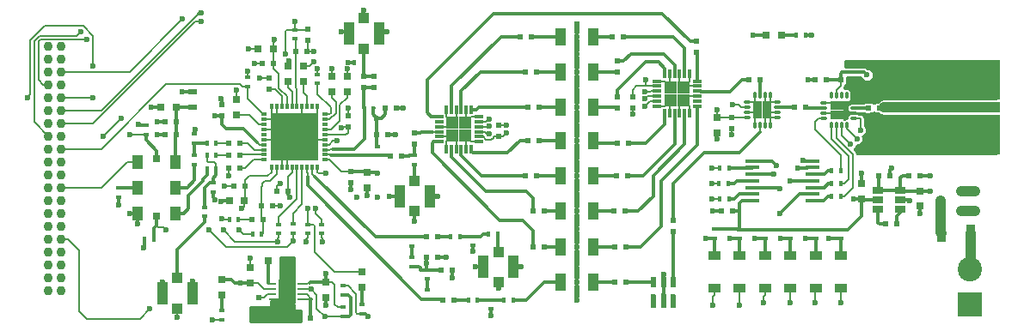
<source format=gtl>
G04 #@! TF.FileFunction,Copper,L1,Top,Signal*
%FSLAX46Y46*%
G04 Gerber Fmt 4.6, Leading zero omitted, Abs format (unit mm)*
G04 Created by KiCad (PCBNEW 4.0.4-stable) date Tue Sep 20 22:55:43 2016*
%MOMM*%
%LPD*%
G01*
G04 APERTURE LIST*
%ADD10C,0.100000*%
%ADD11C,0.381000*%
%ADD12R,0.600000X0.400000*%
%ADD13R,0.797560X0.797560*%
%ADD14R,0.800000X0.750000*%
%ADD15R,0.750000X0.800000*%
%ADD16R,0.600000X0.500000*%
%ADD17R,0.500000X0.600000*%
%ADD18R,1.220000X0.910000*%
%ADD19R,1.040000X1.800000*%
%ADD20R,0.610000X1.245000*%
%ADD21R,0.900000X0.500000*%
%ADD22C,2.400000*%
%ADD23R,2.400000X2.400000*%
%ADD24R,0.400000X0.600000*%
%ADD25R,1.000000X1.000000*%
%ADD26R,1.050000X2.200000*%
%ADD27R,0.500000X0.300000*%
%ADD28R,0.300000X0.500000*%
%ADD29R,1.150000X1.150000*%
%ADD30R,0.300000X0.850000*%
%ADD31R,0.850000X0.300000*%
%ADD32R,1.300000X1.300000*%
%ADD33R,1.060000X0.650000*%
%ADD34O,0.750000X0.300000*%
%ADD35O,0.300000X0.750000*%
%ADD36R,0.900000X0.900000*%
%ADD37R,1.450000X0.450000*%
%ADD38R,1.000000X1.400000*%
%ADD39R,0.800000X0.800000*%
%ADD40R,0.700000X0.250000*%
%ADD41R,0.830000X1.190000*%
%ADD42R,0.900000X1.700000*%
%ADD43C,0.925000*%
%ADD44R,0.800100X0.800100*%
%ADD45R,0.610000X1.070000*%
%ADD46R,6.000000X1.000000*%
%ADD47R,6.000000X4.000000*%
%ADD48C,0.600000*%
%ADD49C,0.350000*%
%ADD50C,0.200000*%
%ADD51C,1.000000*%
%ADD52C,0.127000*%
%ADD53C,0.300000*%
%ADD54C,0.254000*%
G04 APERTURE END LIST*
D10*
D11*
X256000000Y-99000000D03*
X253000000Y-99000000D03*
X250000000Y-99000000D03*
X248000000Y-99000000D03*
X246000000Y-99000000D03*
X244000000Y-99000000D03*
X244000000Y-93000000D03*
X246000000Y-91000000D03*
X246000000Y-92000000D03*
X246000000Y-93000000D03*
X247000000Y-93000000D03*
X249000000Y-93000000D03*
X248000000Y-93000000D03*
X250000000Y-93000000D03*
X251000000Y-93000000D03*
X252000000Y-93000000D03*
X253000000Y-93000000D03*
X254000000Y-93000000D03*
X256000000Y-92000000D03*
X254000000Y-92000000D03*
X253000000Y-92000000D03*
X252000000Y-92000000D03*
X251000000Y-92000000D03*
X250000000Y-92000000D03*
X249000000Y-92000000D03*
X248000000Y-92000000D03*
X247000000Y-92000000D03*
X247000000Y-91000000D03*
X248000000Y-91000000D03*
X249000000Y-91000000D03*
X250000000Y-91000000D03*
X251000000Y-91000000D03*
X253000000Y-91000000D03*
X252000000Y-91000000D03*
X254000000Y-91000000D03*
X255000000Y-91000000D03*
X256000000Y-91000000D03*
X257000000Y-91000000D03*
X257000000Y-92000000D03*
X257000000Y-93000000D03*
X256000000Y-93000000D03*
X255000000Y-93000000D03*
X255000000Y-96000000D03*
X257000000Y-96000000D03*
X256000000Y-96000000D03*
X256000000Y-97000000D03*
X257000000Y-97000000D03*
X257000000Y-98000000D03*
X256000000Y-98000000D03*
X255000000Y-98000000D03*
X254000000Y-98000000D03*
X254000000Y-97000000D03*
X254000000Y-96000000D03*
X253000000Y-96000000D03*
X253000000Y-97000000D03*
X253000000Y-98000000D03*
X252000000Y-98000000D03*
X252000000Y-97000000D03*
X252000000Y-96000000D03*
X251000000Y-96000000D03*
X251000000Y-97000000D03*
X251000000Y-98000000D03*
X250000000Y-98000000D03*
X250000000Y-97000000D03*
X250000000Y-96000000D03*
X249000000Y-96000000D03*
X249000000Y-97000000D03*
X249000000Y-98000000D03*
X248000000Y-98000000D03*
X248000000Y-97000000D03*
X248000000Y-96000000D03*
X247000000Y-96000000D03*
X247000000Y-97000000D03*
X247000000Y-98000000D03*
X246000000Y-98000000D03*
X246000000Y-97000000D03*
X246000000Y-96000000D03*
X257500000Y-93600000D03*
X256750000Y-93600000D03*
X256000000Y-93600000D03*
X255250000Y-93600000D03*
X251500000Y-93600000D03*
X250750000Y-93600000D03*
X253750000Y-93600000D03*
X253000000Y-93600000D03*
X252250000Y-93600000D03*
X254500000Y-93600000D03*
X250000000Y-93600000D03*
X249250000Y-93600000D03*
X248500000Y-93600000D03*
X247750000Y-93600000D03*
X257500000Y-95400000D03*
X256750000Y-95400000D03*
X256000000Y-95400000D03*
X255250000Y-95400000D03*
X254500000Y-95400000D03*
X253750000Y-95400000D03*
X253000000Y-95400000D03*
X252250000Y-95400000D03*
X251500000Y-95400000D03*
X250750000Y-95400000D03*
X250000000Y-95400000D03*
X249250000Y-95400000D03*
X248500000Y-95400000D03*
X247750000Y-95400000D03*
X247000000Y-95400000D03*
X247000000Y-93600000D03*
X246600000Y-95400000D03*
X246600000Y-93600000D03*
X245900000Y-93850000D03*
X245900000Y-95200000D03*
X245300000Y-95200000D03*
X245300000Y-93850000D03*
D12*
X181300000Y-114550000D03*
X181300000Y-115450000D03*
D13*
X181300000Y-111501400D03*
X181300000Y-113000000D03*
D14*
X186350000Y-88700000D03*
X184850000Y-88700000D03*
X183500000Y-103750000D03*
X182000000Y-103750000D03*
D15*
X195600000Y-100950000D03*
X195600000Y-102450000D03*
D16*
X183050000Y-98000000D03*
X181950000Y-98000000D03*
X181950000Y-99250000D03*
X183050000Y-99250000D03*
D15*
X182750000Y-95250000D03*
X182750000Y-93750000D03*
D17*
X181250000Y-94250000D03*
X181250000Y-95350000D03*
D16*
X181950000Y-100500000D03*
X183050000Y-100500000D03*
X185300000Y-105600000D03*
X184200000Y-105600000D03*
X182450000Y-102300000D03*
X183550000Y-102300000D03*
X185200000Y-104250000D03*
X186300000Y-104250000D03*
X186350000Y-90200000D03*
X185250000Y-90200000D03*
D17*
X185900000Y-91600000D03*
X185900000Y-92700000D03*
D16*
X186650000Y-102750000D03*
X187750000Y-102750000D03*
D15*
X187800000Y-91950000D03*
X187800000Y-90450000D03*
X189300000Y-91950000D03*
X189300000Y-90450000D03*
D17*
X189750000Y-87850000D03*
X189750000Y-86750000D03*
D16*
X189650000Y-89000000D03*
X188550000Y-89000000D03*
D17*
X194000000Y-100850000D03*
X194000000Y-101950000D03*
D15*
X192100000Y-92950000D03*
X192100000Y-91450000D03*
X193600000Y-92950000D03*
X193600000Y-91450000D03*
D17*
X193700000Y-95350000D03*
X193700000Y-96450000D03*
D16*
X203950000Y-110600000D03*
X202850000Y-110600000D03*
X202550000Y-109300000D03*
X201450000Y-109300000D03*
X202550000Y-107250000D03*
X201450000Y-107250000D03*
X204100000Y-113500000D03*
X203000000Y-113500000D03*
X197650000Y-97150000D03*
X196550000Y-97150000D03*
X198500000Y-94600000D03*
X197400000Y-94600000D03*
D17*
X195250000Y-91450000D03*
X195250000Y-92550000D03*
X196250000Y-91450000D03*
X196250000Y-92550000D03*
D16*
X198950000Y-99300000D03*
X197850000Y-99300000D03*
D17*
X200250000Y-98100000D03*
X200250000Y-97000000D03*
X221700000Y-94550000D03*
X221700000Y-93450000D03*
D16*
X213050000Y-108250000D03*
X211950000Y-108250000D03*
X213050000Y-104750000D03*
X211950000Y-104750000D03*
X212250000Y-101250000D03*
X211150000Y-101250000D03*
X212550000Y-97750000D03*
X211450000Y-97750000D03*
X212550000Y-94500000D03*
X211450000Y-94500000D03*
X212300000Y-91000000D03*
X211200000Y-91000000D03*
X211750000Y-87500000D03*
X210650000Y-87500000D03*
D17*
X228000000Y-89100000D03*
X228000000Y-88000000D03*
D16*
X221050000Y-108250000D03*
X219950000Y-108250000D03*
X221000000Y-104750000D03*
X219900000Y-104750000D03*
X221250000Y-101250000D03*
X220150000Y-101250000D03*
X221300000Y-98000000D03*
X220200000Y-98000000D03*
D17*
X220250000Y-93450000D03*
X220250000Y-94550000D03*
X220250000Y-89950000D03*
X220250000Y-91050000D03*
D16*
X220800000Y-87500000D03*
X219700000Y-87500000D03*
X234300000Y-91750000D03*
X233200000Y-91750000D03*
X247050000Y-101250000D03*
X245950000Y-101250000D03*
X250050000Y-101250000D03*
X248950000Y-101250000D03*
D15*
X250000000Y-102750000D03*
X250000000Y-104250000D03*
X244250000Y-103500000D03*
X244250000Y-102000000D03*
D16*
X247750000Y-106000000D03*
X246650000Y-106000000D03*
X238800000Y-94500000D03*
X237700000Y-94500000D03*
X239700000Y-91750000D03*
X240800000Y-91750000D03*
X243300000Y-91750000D03*
X242200000Y-91750000D03*
X246050000Y-94550000D03*
X244950000Y-94550000D03*
X230450000Y-104750000D03*
X231550000Y-104750000D03*
D17*
X225750000Y-106750000D03*
X225750000Y-105650000D03*
X231500000Y-95500000D03*
X231500000Y-96600000D03*
D15*
X230000000Y-95500000D03*
X230000000Y-97000000D03*
D16*
X221050000Y-111750000D03*
X219950000Y-111750000D03*
X176750000Y-97200000D03*
X175650000Y-97200000D03*
X176750000Y-95900000D03*
X175650000Y-95900000D03*
D14*
X176750000Y-94500000D03*
X175250000Y-94500000D03*
D13*
X195100000Y-110750700D03*
X195100000Y-112249300D03*
D18*
X229750000Y-112385000D03*
X229750000Y-109115000D03*
X232250000Y-112385000D03*
X232250000Y-109115000D03*
X234750000Y-112385000D03*
X234750000Y-109115000D03*
X242250000Y-112385000D03*
X242250000Y-109115000D03*
X239750000Y-112385000D03*
X239750000Y-109115000D03*
X237250000Y-112385000D03*
X237250000Y-109115000D03*
D13*
X234850700Y-87400000D03*
X236349300Y-87400000D03*
D19*
X214625000Y-108250000D03*
X217875000Y-108250000D03*
D20*
X216250000Y-109177500D03*
X216250000Y-107322500D03*
D19*
X214625000Y-104750000D03*
X217875000Y-104750000D03*
D20*
X216250000Y-105677500D03*
X216250000Y-103822500D03*
D19*
X214625000Y-101250000D03*
X217875000Y-101250000D03*
D20*
X216250000Y-102177500D03*
X216250000Y-100322500D03*
D19*
X214625000Y-97750000D03*
X217875000Y-97750000D03*
D20*
X216250000Y-98677500D03*
X216250000Y-96822500D03*
D19*
X214625000Y-94500000D03*
X217875000Y-94500000D03*
D20*
X216250000Y-95427500D03*
X216250000Y-93572500D03*
D19*
X214625000Y-91000000D03*
X217875000Y-91000000D03*
D20*
X216250000Y-91927500D03*
X216250000Y-90072500D03*
D19*
X214625000Y-87500000D03*
X217875000Y-87500000D03*
D20*
X216250000Y-88427500D03*
X216250000Y-86572500D03*
D19*
X214625000Y-111750000D03*
X217875000Y-111750000D03*
D20*
X216250000Y-112677500D03*
X216250000Y-110822500D03*
D12*
X200000000Y-107300000D03*
X200000000Y-108200000D03*
X201500000Y-112550000D03*
X201500000Y-113450000D03*
D21*
X178400000Y-92950000D03*
X178400000Y-94450000D03*
D22*
X254950000Y-110450000D03*
D23*
X254950000Y-113950000D03*
D12*
X179600000Y-105250000D03*
X179600000Y-104350000D03*
X178600000Y-100150000D03*
X178600000Y-99250000D03*
D24*
X179800000Y-100550000D03*
X180700000Y-100550000D03*
D12*
X180400000Y-101950000D03*
X180400000Y-102850000D03*
X178600000Y-98000000D03*
X178600000Y-97100000D03*
D24*
X180700000Y-98000000D03*
X179800000Y-98000000D03*
X180700000Y-99250000D03*
X179800000Y-99250000D03*
D12*
X195100000Y-114850000D03*
X195100000Y-113950000D03*
D24*
X182000000Y-105600000D03*
X182900000Y-105600000D03*
X185200000Y-107000000D03*
X184300000Y-107000000D03*
D12*
X188500000Y-86850000D03*
X188500000Y-87750000D03*
X183800000Y-91550000D03*
X183800000Y-92450000D03*
X191100000Y-106050000D03*
X191100000Y-106950000D03*
X189750000Y-106050000D03*
X189750000Y-106950000D03*
X188300000Y-106000000D03*
X188300000Y-106900000D03*
X186900000Y-106050000D03*
X186900000Y-106950000D03*
X190700000Y-91250000D03*
X190700000Y-92150000D03*
D24*
X196200000Y-94650000D03*
X195300000Y-94650000D03*
D12*
X196600000Y-99250000D03*
X196600000Y-98350000D03*
D24*
X203800000Y-107250000D03*
X204700000Y-107250000D03*
X205550000Y-113500000D03*
X206450000Y-113500000D03*
D12*
X206000000Y-108150000D03*
X206000000Y-107250000D03*
X207750000Y-114400000D03*
X207750000Y-113500000D03*
D24*
X207550000Y-107000000D03*
X208450000Y-107000000D03*
X209050000Y-113500000D03*
X209950000Y-113500000D03*
X194350000Y-90100000D03*
X195250000Y-90100000D03*
D12*
X229750000Y-107400000D03*
X229750000Y-106500000D03*
X232250000Y-107450000D03*
X232250000Y-106550000D03*
X234750000Y-107450000D03*
X234750000Y-106550000D03*
D24*
X231200000Y-100500000D03*
X230300000Y-100500000D03*
X231150000Y-102000000D03*
X230250000Y-102000000D03*
X231200000Y-103500000D03*
X230300000Y-103500000D03*
X242200000Y-100750000D03*
X241300000Y-100750000D03*
X242200000Y-102000000D03*
X241300000Y-102000000D03*
X242200000Y-103250000D03*
X241300000Y-103250000D03*
D12*
X237250000Y-107450000D03*
X237250000Y-106550000D03*
X239750000Y-107450000D03*
X239750000Y-106550000D03*
X242250000Y-107450000D03*
X242250000Y-106550000D03*
X171100000Y-102450000D03*
X171100000Y-103350000D03*
X173800000Y-96250000D03*
X173800000Y-97150000D03*
D24*
X173650000Y-107500000D03*
X174550000Y-107500000D03*
X237850000Y-87400000D03*
X238750000Y-87400000D03*
D25*
X176900000Y-111350000D03*
D26*
X178375000Y-112850000D03*
X175425000Y-112850000D03*
D25*
X176900000Y-114350000D03*
D27*
X185425000Y-95175000D03*
X185425000Y-95675000D03*
X185425000Y-96175000D03*
X185425000Y-96675000D03*
X185425000Y-97175000D03*
X185425000Y-97675000D03*
X185425000Y-98175000D03*
X185425000Y-98675000D03*
X185425000Y-99175000D03*
X185425000Y-99675000D03*
D28*
X186175000Y-100425000D03*
X186675000Y-100425000D03*
X187175000Y-100425000D03*
X187675000Y-100425000D03*
X188175000Y-100425000D03*
X188675000Y-100425000D03*
X189175000Y-100425000D03*
X189675000Y-100425000D03*
X190175000Y-100425000D03*
X190675000Y-100425000D03*
D27*
X191425000Y-99675000D03*
X191425000Y-99175000D03*
X191425000Y-98675000D03*
X191425000Y-98175000D03*
X191425000Y-97675000D03*
X191425000Y-97175000D03*
X191425000Y-96675000D03*
X191425000Y-96175000D03*
X191425000Y-95675000D03*
X191425000Y-95175000D03*
D28*
X190675000Y-94425000D03*
X190175000Y-94425000D03*
X189675000Y-94425000D03*
X189175000Y-94425000D03*
X188675000Y-94425000D03*
X188175000Y-94425000D03*
X187675000Y-94425000D03*
X187175000Y-94425000D03*
X186675000Y-94425000D03*
X186175000Y-94425000D03*
D29*
X190150000Y-99150000D03*
X190150000Y-98000000D03*
X190150000Y-96850000D03*
X190150000Y-95700000D03*
X189000000Y-99150000D03*
X189000000Y-98000000D03*
X189000000Y-96850000D03*
X189000000Y-95700000D03*
X187850000Y-99150000D03*
X187850000Y-98000000D03*
X187850000Y-96850000D03*
X187850000Y-95700000D03*
X186700000Y-99150000D03*
X186700000Y-98000000D03*
X186700000Y-96850000D03*
X186700000Y-95700000D03*
D25*
X208500000Y-108750000D03*
D26*
X209975000Y-110250000D03*
X207025000Y-110250000D03*
D25*
X208500000Y-111750000D03*
X195250000Y-88700000D03*
D26*
X193775000Y-87200000D03*
X196725000Y-87200000D03*
D25*
X195250000Y-85700000D03*
D30*
X203350000Y-98600000D03*
X203850000Y-98600000D03*
X204350000Y-98600000D03*
X204850000Y-98600000D03*
X205350000Y-98600000D03*
X205850000Y-98600000D03*
D31*
X206550000Y-97900000D03*
X206550000Y-97400000D03*
X206550000Y-96900000D03*
X206550000Y-96400000D03*
X206550000Y-95900000D03*
X206550000Y-95400000D03*
D30*
X205850000Y-94700000D03*
X205350000Y-94700000D03*
X204850000Y-94700000D03*
X204350000Y-94700000D03*
X203850000Y-94700000D03*
X203350000Y-94700000D03*
D31*
X202650000Y-95400000D03*
X202650000Y-95900000D03*
X202650000Y-96400000D03*
X202650000Y-96900000D03*
X202650000Y-97400000D03*
X202650000Y-97900000D03*
D32*
X205250000Y-96000000D03*
X203950000Y-96000000D03*
X205250000Y-97300000D03*
X203950000Y-97300000D03*
D30*
X227350000Y-91200000D03*
X226850000Y-91200000D03*
X226350000Y-91200000D03*
X225850000Y-91200000D03*
X225350000Y-91200000D03*
X224850000Y-91200000D03*
D31*
X224150000Y-91900000D03*
X224150000Y-92400000D03*
X224150000Y-92900000D03*
X224150000Y-93400000D03*
X224150000Y-93900000D03*
X224150000Y-94400000D03*
D30*
X224850000Y-95100000D03*
X225350000Y-95100000D03*
X225850000Y-95100000D03*
X226350000Y-95100000D03*
X226850000Y-95100000D03*
X227350000Y-95100000D03*
D31*
X228050000Y-94400000D03*
X228050000Y-93900000D03*
X228050000Y-93400000D03*
X228050000Y-92900000D03*
X228050000Y-92400000D03*
X228050000Y-91900000D03*
D32*
X225450000Y-93800000D03*
X226750000Y-93800000D03*
X225450000Y-92500000D03*
X226750000Y-92500000D03*
D33*
X245900000Y-102690000D03*
X245900000Y-103640000D03*
X245900000Y-104590000D03*
X248100000Y-104590000D03*
X248100000Y-102690000D03*
X248100000Y-103640000D03*
D34*
X240575000Y-94050000D03*
X240575000Y-94550000D03*
X240575000Y-95050000D03*
X240575000Y-95550000D03*
D35*
X241300000Y-96275000D03*
X241800000Y-96275000D03*
X242300000Y-96275000D03*
X242800000Y-96275000D03*
D34*
X243525000Y-95550000D03*
X243525000Y-95050000D03*
X243525000Y-94550000D03*
X243525000Y-94050000D03*
D35*
X242800000Y-93325000D03*
X242300000Y-93325000D03*
X241800000Y-93325000D03*
X241300000Y-93325000D03*
D36*
X242500000Y-95250000D03*
X242500000Y-94350000D03*
X241600000Y-95250000D03*
X241600000Y-94350000D03*
D37*
X233550000Y-99800000D03*
X233550000Y-100450000D03*
X233550000Y-101100000D03*
X233550000Y-101750000D03*
X233550000Y-102400000D03*
X233550000Y-103050000D03*
X233550000Y-103700000D03*
X239450000Y-103700000D03*
X239450000Y-103050000D03*
X239450000Y-102400000D03*
X239450000Y-101750000D03*
X239450000Y-101100000D03*
X239450000Y-100450000D03*
X239450000Y-99800000D03*
D35*
X233750000Y-96225000D03*
X234250000Y-96225000D03*
X234750000Y-96225000D03*
X235250000Y-96225000D03*
D34*
X235975000Y-95500000D03*
X235975000Y-95000000D03*
X235975000Y-94500000D03*
X235975000Y-94000000D03*
D35*
X235250000Y-93275000D03*
X234750000Y-93275000D03*
X234250000Y-93275000D03*
X233750000Y-93275000D03*
D34*
X233025000Y-94000000D03*
X233025000Y-94500000D03*
X233025000Y-95000000D03*
X233025000Y-95500000D03*
D36*
X234950000Y-94300000D03*
X234050000Y-94300000D03*
X234950000Y-95200000D03*
X234050000Y-95200000D03*
D38*
X173000000Y-99860000D03*
X173000000Y-102400000D03*
X173000000Y-104940000D03*
X176700000Y-104940000D03*
X176700000Y-102400000D03*
X176700000Y-99860000D03*
D39*
X174850000Y-99535000D03*
X174850000Y-105265000D03*
D15*
X191500000Y-113250000D03*
X191500000Y-111750000D03*
D16*
X188900000Y-115300000D03*
X190000000Y-115300000D03*
D17*
X184900000Y-114400000D03*
X184900000Y-113300000D03*
D14*
X187350000Y-109600000D03*
X185850000Y-109600000D03*
D15*
X184100000Y-110350000D03*
X184100000Y-111850000D03*
D40*
X186285000Y-111955000D03*
X186285000Y-112455000D03*
X186285000Y-112955000D03*
X186285000Y-113455000D03*
X189085000Y-113455000D03*
X189085000Y-112955000D03*
X189085000Y-112455000D03*
X189085000Y-111955000D03*
D41*
X188100000Y-113300000D03*
X188100000Y-112110000D03*
X187270000Y-113300000D03*
X187270000Y-112110000D03*
D42*
X252100000Y-106900000D03*
X255000000Y-106900000D03*
D17*
X208500000Y-96300000D03*
X208500000Y-97400000D03*
D43*
X164180000Y-88450000D03*
X165450000Y-88450000D03*
X164180000Y-89720000D03*
X165450000Y-89720000D03*
X164180000Y-90990000D03*
X165450000Y-90990000D03*
X164180000Y-92260000D03*
X165450000Y-92260000D03*
X164180000Y-93530000D03*
X165450000Y-93530000D03*
X164180000Y-94800000D03*
X165450000Y-94800000D03*
X164180000Y-96070000D03*
X165450000Y-96070000D03*
X164180000Y-97340000D03*
X165450000Y-97340000D03*
X164180000Y-98610000D03*
X165450000Y-98610000D03*
X164180000Y-99880000D03*
X165450000Y-99880000D03*
X164180000Y-101150000D03*
X165450000Y-101150000D03*
X164180000Y-102420000D03*
X165450000Y-102420000D03*
X164180000Y-103690000D03*
X165450000Y-103690000D03*
X164180000Y-104960000D03*
X165450000Y-104960000D03*
X164180000Y-106230000D03*
X165450000Y-106230000D03*
X164180000Y-107500000D03*
X165450000Y-107500000D03*
X164180000Y-108770000D03*
X165450000Y-108770000D03*
X164180000Y-110040000D03*
X165450000Y-110040000D03*
X164180000Y-111310000D03*
X165450000Y-111310000D03*
X164180000Y-112580000D03*
X165450000Y-112580000D03*
D44*
X254050760Y-104700000D03*
X254050760Y-102800000D03*
X252051780Y-103750000D03*
D45*
X225740000Y-113825000D03*
X223760000Y-113825000D03*
X224750000Y-113825000D03*
X225740000Y-111775000D03*
X224750000Y-111775000D03*
X223760000Y-111775000D03*
D12*
X200000000Y-110200000D03*
X200000000Y-109300000D03*
X201500000Y-111450000D03*
X201500000Y-110550000D03*
X200250000Y-99250000D03*
X200250000Y-100150000D03*
X193200000Y-114250000D03*
X193200000Y-115150000D03*
X193200000Y-113000000D03*
X193200000Y-112100000D03*
D25*
X200250000Y-101750000D03*
D26*
X201725000Y-103250000D03*
X198775000Y-103250000D03*
D25*
X200250000Y-104750000D03*
D46*
X254900000Y-94500000D03*
D47*
X254900000Y-91800000D03*
X254900000Y-97200000D03*
D11*
X244300000Y-93950000D03*
D48*
X195700000Y-115150000D03*
X254900000Y-97200000D03*
X254900000Y-91800000D03*
X203400000Y-109300000D03*
X203950000Y-111350000D03*
X200250000Y-105750000D03*
X197750000Y-103250000D03*
X202500000Y-103250000D03*
X223760000Y-113160000D03*
X224750000Y-113150000D03*
X225740000Y-113210000D03*
X224750000Y-110950000D03*
X180600000Y-103600000D03*
X187000000Y-104250000D03*
X190325000Y-90000000D03*
X187848126Y-89888232D03*
X181200000Y-103800000D03*
X181200000Y-93600000D03*
X174300000Y-94500000D03*
X174900000Y-95900000D03*
X174900000Y-97200000D03*
X171100000Y-104100000D03*
X173000000Y-106000000D03*
X172200000Y-105000000D03*
X176900000Y-115200000D03*
X178400000Y-111700000D03*
X175425000Y-111725000D03*
X178650000Y-96650000D03*
X181950000Y-101250000D03*
X180300000Y-115500000D03*
X184100000Y-109400000D03*
X186100000Y-115000000D03*
X187200000Y-115000000D03*
X188100000Y-110800000D03*
X187300000Y-110800000D03*
X188100000Y-112110000D03*
X187270000Y-112110000D03*
X187270000Y-113300000D03*
X188100000Y-113300000D03*
X188000000Y-115000000D03*
X191500000Y-114000000D03*
X195250000Y-84950000D03*
X209300000Y-96300000D03*
X255400000Y-104700000D03*
X181500000Y-102300000D03*
X182750000Y-92750000D03*
X181250000Y-105500000D03*
X187000000Y-102000000D03*
X195600000Y-103200000D03*
X194000000Y-102600000D03*
X190300000Y-89000000D03*
X183900000Y-88700000D03*
X184500000Y-90200000D03*
X186700000Y-99150000D03*
X187850000Y-99150000D03*
X189000000Y-99150000D03*
X190150000Y-99150000D03*
X190150000Y-98000000D03*
X189000000Y-98000000D03*
X187850000Y-98000000D03*
X186700000Y-98000000D03*
X186700000Y-96850000D03*
X187850000Y-96850000D03*
X189000000Y-96850000D03*
X190150000Y-96850000D03*
X190150000Y-95700000D03*
X189000000Y-95700000D03*
X187850000Y-95700000D03*
X186700000Y-95700000D03*
X221700000Y-95200000D03*
X193600000Y-90700000D03*
X192100000Y-90700000D03*
X190700000Y-90700000D03*
X185000000Y-91600000D03*
X193700000Y-94600000D03*
X199100000Y-94600000D03*
X193700000Y-90100000D03*
X193000000Y-87000000D03*
X197500000Y-87000000D03*
X198350000Y-97150000D03*
X210750000Y-110250000D03*
X203950000Y-97300000D03*
X205250000Y-97300000D03*
X205250000Y-96000000D03*
X203950000Y-96000000D03*
X206000000Y-108700000D03*
X206250000Y-110250000D03*
X208550000Y-112350000D03*
X207750000Y-115050000D03*
X230000000Y-97600000D03*
X231500000Y-97200000D03*
X229650000Y-104750000D03*
X239050000Y-91750000D03*
X243900000Y-91700000D03*
X239350000Y-87400000D03*
X251000000Y-101250000D03*
X244250000Y-101000000D03*
X247200000Y-100500000D03*
X238500000Y-99750000D03*
X241600000Y-95250000D03*
X242500000Y-95250000D03*
X242500000Y-94350000D03*
X241600000Y-94350000D03*
X234050000Y-95200000D03*
X234950000Y-95200000D03*
X234950000Y-94300000D03*
X234050000Y-94300000D03*
X225450000Y-93800000D03*
X226750000Y-93800000D03*
X226750000Y-92500000D03*
X225450000Y-92500000D03*
X250000000Y-105000000D03*
X249000000Y-103750000D03*
X216250000Y-86572500D03*
X216250000Y-113500000D03*
X216250000Y-111750000D03*
X216250000Y-108250000D03*
X216250000Y-104750000D03*
X216250000Y-101250000D03*
X216250000Y-97750000D03*
X216250000Y-89250000D03*
X216250000Y-87500000D03*
X216250000Y-91000000D03*
X216250000Y-92750000D03*
X216250000Y-94500000D03*
X216250000Y-96250000D03*
X216250000Y-99500000D03*
X216250000Y-103000000D03*
X216250000Y-106500000D03*
X216250000Y-110000000D03*
X183000000Y-106600000D03*
X187500000Y-89250000D03*
X188500000Y-86000000D03*
X251000000Y-102750000D03*
X191500000Y-110900000D03*
X209300000Y-97027003D03*
X255400000Y-102800000D03*
X223000000Y-91800000D03*
X230000000Y-94700000D03*
X233600000Y-87400000D03*
X243500000Y-103500000D03*
X244800000Y-91300000D03*
X189750000Y-104500000D03*
X191500000Y-101000000D03*
X235900000Y-100200000D03*
X228900000Y-107400000D03*
X235650000Y-101100000D03*
X231300000Y-107450000D03*
X236252010Y-102500000D03*
X233800000Y-107450000D03*
X238000000Y-100500000D03*
X241050000Y-107450000D03*
X237250000Y-101750000D03*
X238800000Y-107450000D03*
X236250000Y-105000000D03*
X236300000Y-107450000D03*
X201450000Y-109900000D03*
X188000000Y-103400000D03*
X177350000Y-92950000D03*
X173600000Y-108400000D03*
X173100000Y-96200000D03*
X180600000Y-95350000D03*
X183150000Y-111850000D03*
X183250000Y-104500000D03*
X196600000Y-101000000D03*
X186400000Y-87800000D03*
X183800000Y-90900000D03*
X193000000Y-96500000D03*
X196550000Y-95550000D03*
X190500000Y-104500000D03*
X192600000Y-97800000D03*
X244150000Y-96750000D03*
X229500000Y-100500000D03*
X243800000Y-97600000D03*
X229500000Y-102000000D03*
X243172652Y-98127348D03*
X229500000Y-103500000D03*
X191400000Y-115172981D03*
X174200000Y-114400000D03*
X190055000Y-112455000D03*
X229600000Y-114000000D03*
X232200000Y-114000000D03*
X234600000Y-113800000D03*
X242200000Y-113800000D03*
X239700000Y-113800000D03*
X237200000Y-113800000D03*
X196600000Y-103400000D03*
X179200000Y-86000000D03*
X191200000Y-107783929D03*
X194600000Y-103400000D03*
X179200000Y-85200000D03*
X189600000Y-107783929D03*
X167400000Y-87000000D03*
X180000000Y-106600000D03*
X188300000Y-107700000D03*
X168000000Y-87760499D03*
X181400000Y-106600000D03*
X186800000Y-107783929D03*
X168530000Y-93530000D03*
X172200000Y-97200000D03*
X175800000Y-106600000D03*
X169600000Y-97400000D03*
X171379962Y-95600000D03*
X168600000Y-90400000D03*
X162130000Y-93530000D03*
X207600000Y-97100000D03*
X207600000Y-96372997D03*
X207600000Y-95645994D03*
X222900000Y-92927010D03*
X222900000Y-93654013D03*
X222900000Y-94381016D03*
X177400000Y-85800000D03*
X231600000Y-94200000D03*
D49*
X195100000Y-114850000D02*
X195377000Y-114850000D01*
X195377000Y-114850000D02*
X195700000Y-115173000D01*
X202550000Y-109300000D02*
X203400000Y-109300000D01*
X203950000Y-110600000D02*
X203950000Y-111350000D01*
D50*
X193200000Y-112100000D02*
X193700000Y-112100000D01*
X193700000Y-112100000D02*
X194500000Y-112900000D01*
X194500000Y-112900000D02*
X194500000Y-114750000D01*
X194500000Y-114750000D02*
X194600000Y-114850000D01*
X194600000Y-114850000D02*
X195100000Y-114850000D01*
D49*
X200250000Y-104750000D02*
X200250000Y-105750000D01*
X198775000Y-103250000D02*
X197750000Y-103250000D01*
X201725000Y-103250000D02*
X202500000Y-103250000D01*
X224750000Y-111775000D02*
X224750000Y-113150000D01*
X223760000Y-113825000D02*
X223760000Y-113160000D01*
X224750000Y-113825000D02*
X224750000Y-113150000D01*
X225740000Y-113825000D02*
X225740000Y-113210000D01*
X224750000Y-111775000D02*
X224750000Y-110950000D01*
X180400000Y-102850000D02*
X180400000Y-103400000D01*
X180400000Y-103400000D02*
X180600000Y-103600000D01*
D50*
X189300000Y-90450000D02*
X189875000Y-90450000D01*
X189875000Y-90450000D02*
X190325000Y-90000000D01*
X187800000Y-90450000D02*
X187848126Y-89888232D01*
X187800000Y-89800000D02*
X187800000Y-89840106D01*
X187800000Y-89840106D02*
X187848126Y-89888232D01*
D49*
X181350000Y-103750000D02*
X181300000Y-103800000D01*
X181300000Y-103800000D02*
X181200000Y-103800000D01*
X182000000Y-103750000D02*
X181350000Y-103750000D01*
X181250000Y-94250000D02*
X181250000Y-93650000D01*
X181250000Y-93650000D02*
X181200000Y-93600000D01*
X175250000Y-94500000D02*
X174300000Y-94500000D01*
X175650000Y-95900000D02*
X174900000Y-95900000D01*
X175650000Y-97200000D02*
X174900000Y-97200000D01*
X171100000Y-103900000D02*
X171100000Y-104100000D01*
X171100000Y-103350000D02*
X171100000Y-103900000D01*
X173000000Y-104940000D02*
X173000000Y-106000000D01*
X173000000Y-104940000D02*
X172260000Y-104940000D01*
X172260000Y-104940000D02*
X172200000Y-105000000D01*
D50*
X176900000Y-115050000D02*
X176900000Y-115200000D01*
X176900000Y-114350000D02*
X176900000Y-115050000D01*
X178375000Y-112850000D02*
X178375000Y-111725000D01*
X178375000Y-111725000D02*
X178400000Y-111700000D01*
X175425000Y-112850000D02*
X175425000Y-111725000D01*
D49*
X178650000Y-97100000D02*
X178650000Y-96650000D01*
D50*
X181950000Y-100500000D02*
X181950000Y-101250000D01*
X181300000Y-115450000D02*
X180350000Y-115450000D01*
X180350000Y-115450000D02*
X180300000Y-115500000D01*
X184100000Y-110325000D02*
X184100000Y-109400000D01*
X184100000Y-110350000D02*
X184100000Y-110325000D01*
X187950000Y-109600000D02*
X188100000Y-109600000D01*
X187350000Y-109600000D02*
X187950000Y-109600000D01*
X184900000Y-115300000D02*
X186100000Y-115300000D01*
X184900000Y-115300000D02*
X184900000Y-115400000D01*
X184900000Y-114400000D02*
X184900000Y-115300000D01*
X187200000Y-114165000D02*
X187200000Y-115300000D01*
X187270000Y-113300000D02*
X187270000Y-114095000D01*
X187270000Y-114095000D02*
X187200000Y-114165000D01*
X188100000Y-112110000D02*
X188100000Y-110800000D01*
X187300000Y-111285000D02*
X187300000Y-110800000D01*
X187270000Y-112110000D02*
X187270000Y-111315000D01*
X187270000Y-111315000D02*
X187300000Y-111285000D01*
X186285000Y-113455000D02*
X187115000Y-113455000D01*
X187115000Y-113455000D02*
X187270000Y-113300000D01*
D49*
X188100000Y-113300000D02*
X188100000Y-115200000D01*
X188100000Y-115200000D02*
X188000000Y-115300000D01*
X188250000Y-115300000D02*
X188000000Y-115300000D01*
X188900000Y-115300000D02*
X188250000Y-115300000D01*
X191500000Y-113800000D02*
X191500000Y-114000000D01*
X191500000Y-113250000D02*
X191500000Y-113800000D01*
X195250000Y-85700000D02*
X195250000Y-84950000D01*
D50*
X208500000Y-96300000D02*
X209300000Y-96300000D01*
D51*
X254050760Y-104700000D02*
X255400000Y-104700000D01*
D50*
X182450000Y-102300000D02*
X181500000Y-102300000D01*
X182750000Y-93150000D02*
X182750000Y-92750000D01*
X182750000Y-93750000D02*
X182750000Y-93150000D01*
X181350000Y-105600000D02*
X181250000Y-105500000D01*
X182000000Y-105600000D02*
X181350000Y-105600000D01*
X189750000Y-87850000D02*
X189750000Y-88900000D01*
X189750000Y-88900000D02*
X189650000Y-89000000D01*
X186300000Y-104250000D02*
X187000000Y-104250000D01*
X186950000Y-102000000D02*
X187000000Y-102000000D01*
X186650000Y-102750000D02*
X186650000Y-102300000D01*
X186650000Y-102300000D02*
X186950000Y-102000000D01*
D49*
X195600000Y-102450000D02*
X195600000Y-103200000D01*
X194000000Y-102400000D02*
X194000000Y-102600000D01*
X194000000Y-101950000D02*
X194000000Y-102400000D01*
D50*
X190200000Y-89000000D02*
X190300000Y-89000000D01*
X189650000Y-89000000D02*
X190200000Y-89000000D01*
X184250000Y-88700000D02*
X183900000Y-88700000D01*
X184850000Y-88700000D02*
X184250000Y-88700000D01*
X184750000Y-90200000D02*
X184500000Y-90200000D01*
X185250000Y-90200000D02*
X184750000Y-90200000D01*
X187675000Y-100425000D02*
X187675000Y-99325000D01*
X187675000Y-99325000D02*
X187850000Y-99150000D01*
X187175000Y-100425000D02*
X187175000Y-99625000D01*
X187175000Y-99625000D02*
X186700000Y-99150000D01*
X191425000Y-97675000D02*
X190475000Y-97675000D01*
X190475000Y-97675000D02*
X190150000Y-98000000D01*
X190675000Y-94425000D02*
X190675000Y-95175000D01*
X190675000Y-95175000D02*
X190150000Y-95700000D01*
X189175000Y-94425000D02*
X189175000Y-95525000D01*
X189175000Y-95525000D02*
X189000000Y-95700000D01*
X186675000Y-94425000D02*
X186675000Y-95675000D01*
X186675000Y-95675000D02*
X186700000Y-95700000D01*
X186175000Y-94425000D02*
X186175000Y-95175000D01*
X186175000Y-95175000D02*
X186700000Y-95700000D01*
X185425000Y-95675000D02*
X186675000Y-95675000D01*
X185425000Y-96675000D02*
X186525000Y-96675000D01*
X186525000Y-96675000D02*
X186700000Y-96850000D01*
X185425000Y-97675000D02*
X186375000Y-97675000D01*
X186375000Y-97675000D02*
X186700000Y-98000000D01*
X189000000Y-98000000D02*
X190150000Y-98000000D01*
X187850000Y-98000000D02*
X189000000Y-98000000D01*
X221700000Y-94550000D02*
X221700000Y-95200000D01*
X193600000Y-90850000D02*
X193600000Y-90700000D01*
X193600000Y-91450000D02*
X193600000Y-90850000D01*
X192100000Y-91450000D02*
X192100000Y-90700000D01*
X190700000Y-91250000D02*
X190700000Y-90700000D01*
X185900000Y-91600000D02*
X185000000Y-91600000D01*
X193700000Y-94850000D02*
X193700000Y-94600000D01*
X193700000Y-95350000D02*
X193700000Y-94850000D01*
D49*
X198500000Y-94600000D02*
X199100000Y-94600000D01*
X196725000Y-87050000D02*
X197450000Y-87050000D01*
X197450000Y-87050000D02*
X197500000Y-87000000D01*
X193775000Y-87050000D02*
X193050000Y-87050000D01*
X193050000Y-87050000D02*
X193000000Y-87000000D01*
X194350000Y-90100000D02*
X193700000Y-90100000D01*
X197650000Y-97150000D02*
X198350000Y-97150000D01*
D50*
X203350000Y-98600000D02*
X203350000Y-97900000D01*
X203350000Y-97900000D02*
X203950000Y-97300000D01*
X202650000Y-97400000D02*
X203850000Y-97400000D01*
X203850000Y-97400000D02*
X203950000Y-97300000D01*
X204350000Y-98600000D02*
X204350000Y-97700000D01*
X204350000Y-97700000D02*
X203950000Y-97300000D01*
X205350000Y-98600000D02*
X205350000Y-97400000D01*
X205350000Y-97400000D02*
X205250000Y-97300000D01*
X206550000Y-97900000D02*
X205850000Y-97900000D01*
X205850000Y-97900000D02*
X205250000Y-97300000D01*
X206550000Y-95400000D02*
X205850000Y-95400000D01*
X205850000Y-95400000D02*
X205250000Y-96000000D01*
X205350000Y-94700000D02*
X205350000Y-95900000D01*
X205350000Y-95900000D02*
X205250000Y-96000000D01*
X204350000Y-94700000D02*
X204350000Y-95600000D01*
X204350000Y-95600000D02*
X203950000Y-96000000D01*
X203350000Y-94700000D02*
X203350000Y-95400000D01*
X203350000Y-95400000D02*
X203950000Y-96000000D01*
X202650000Y-96400000D02*
X203550000Y-96400000D01*
X203550000Y-96400000D02*
X203950000Y-96000000D01*
D49*
X206000000Y-108150000D02*
X206000000Y-108700000D01*
X207025000Y-110250000D02*
X206250000Y-110250000D01*
X209975000Y-110250000D02*
X210750000Y-110250000D01*
X208500000Y-111750000D02*
X208500000Y-112300000D01*
X208500000Y-112300000D02*
X208550000Y-112350000D01*
X207750000Y-114400000D02*
X207750000Y-115050000D01*
D50*
X230000000Y-97000000D02*
X230000000Y-97600000D01*
X231500000Y-96600000D02*
X231500000Y-97200000D01*
D49*
X230450000Y-104750000D02*
X229650000Y-104750000D01*
X239700000Y-91750000D02*
X239050000Y-91750000D01*
X243300000Y-91750000D02*
X243850000Y-91750000D01*
X243850000Y-91750000D02*
X243900000Y-91700000D01*
X238750000Y-87400000D02*
X239350000Y-87400000D01*
X250700000Y-101250000D02*
X251000000Y-101250000D01*
X250050000Y-101250000D02*
X250700000Y-101250000D01*
X244250000Y-102000000D02*
X244250000Y-101000000D01*
X247050000Y-101250000D02*
X247050000Y-100650000D01*
X247050000Y-100650000D02*
X247200000Y-100500000D01*
X239450000Y-99800000D02*
X238550000Y-99800000D01*
X238550000Y-99800000D02*
X238500000Y-99750000D01*
D50*
X240575000Y-95050000D02*
X241400000Y-95050000D01*
X241400000Y-95050000D02*
X241600000Y-95250000D01*
X243525000Y-95050000D02*
X242700000Y-95050000D01*
X242700000Y-95050000D02*
X242500000Y-95250000D01*
X243525000Y-94050000D02*
X242800000Y-94050000D01*
X242800000Y-94050000D02*
X242500000Y-94350000D01*
X240575000Y-94050000D02*
X241300000Y-94050000D01*
X241300000Y-94050000D02*
X241600000Y-94350000D01*
X233750000Y-96225000D02*
X233750000Y-95500000D01*
X233750000Y-95500000D02*
X234050000Y-95200000D01*
X234750000Y-96225000D02*
X234750000Y-95400000D01*
X234750000Y-95400000D02*
X234950000Y-95200000D01*
X235250000Y-96225000D02*
X235250000Y-95500000D01*
X235250000Y-95500000D02*
X234950000Y-95200000D01*
X235975000Y-95500000D02*
X235250000Y-95500000D01*
X235975000Y-95000000D02*
X235150000Y-95000000D01*
X235150000Y-95000000D02*
X234950000Y-95200000D01*
X235975000Y-94000000D02*
X235250000Y-94000000D01*
X235250000Y-94000000D02*
X234950000Y-94300000D01*
X235250000Y-93275000D02*
X235250000Y-94000000D01*
X234750000Y-93275000D02*
X234750000Y-94100000D01*
X234750000Y-94100000D02*
X234950000Y-94300000D01*
X234750000Y-93275000D02*
X234750000Y-93600000D01*
X233750000Y-93275000D02*
X233750000Y-94000000D01*
X233750000Y-94000000D02*
X234050000Y-94300000D01*
X233025000Y-94000000D02*
X233750000Y-94000000D01*
X233025000Y-95000000D02*
X233850000Y-95000000D01*
X233850000Y-95000000D02*
X234050000Y-95200000D01*
X224150000Y-94400000D02*
X224850000Y-94400000D01*
X224850000Y-94400000D02*
X225450000Y-93800000D01*
X225350000Y-95100000D02*
X225350000Y-93900000D01*
X225350000Y-93900000D02*
X225450000Y-93800000D01*
X226350000Y-95100000D02*
X226350000Y-94200000D01*
X226350000Y-94200000D02*
X226750000Y-93800000D01*
X227350000Y-95100000D02*
X227350000Y-94400000D01*
X227350000Y-94400000D02*
X226750000Y-93800000D01*
X228050000Y-93400000D02*
X227150000Y-93400000D01*
X227150000Y-93400000D02*
X226750000Y-93800000D01*
X228050000Y-92400000D02*
X226850000Y-92400000D01*
X226850000Y-92400000D02*
X226750000Y-92500000D01*
X227350000Y-91200000D02*
X227350000Y-91900000D01*
X227350000Y-91900000D02*
X226750000Y-92500000D01*
X226350000Y-91200000D02*
X226350000Y-92100000D01*
X226350000Y-92100000D02*
X226750000Y-92500000D01*
X225350000Y-91200000D02*
X225350000Y-92400000D01*
X225350000Y-92400000D02*
X225450000Y-92500000D01*
X224150000Y-91900000D02*
X224850000Y-91900000D01*
X224850000Y-91900000D02*
X225450000Y-92500000D01*
D52*
X225302000Y-93800000D02*
X225450000Y-93800000D01*
D49*
X250000000Y-104250000D02*
X250000000Y-105000000D01*
X248100000Y-103640000D02*
X248890000Y-103640000D01*
X248890000Y-103640000D02*
X249000000Y-103750000D01*
X216250000Y-112677500D02*
X216250000Y-113500000D01*
X216250000Y-111750000D02*
X216250000Y-112677500D01*
X216250000Y-110822500D02*
X216250000Y-111750000D01*
X216250000Y-108250000D02*
X216250000Y-109177500D01*
X216250000Y-107322500D02*
X216250000Y-108250000D01*
X216250000Y-104750000D02*
X216250000Y-105677500D01*
X216250000Y-103822500D02*
X216250000Y-104750000D01*
X216250000Y-101250000D02*
X216250000Y-102177500D01*
X216250000Y-100322500D02*
X216250000Y-101250000D01*
X216250000Y-97750000D02*
X216250000Y-98677500D01*
X216250000Y-96822500D02*
X216250000Y-97750000D01*
X216250000Y-89250000D02*
X216250000Y-90072500D01*
X216250000Y-88427500D02*
X216250000Y-89250000D01*
X216250000Y-87500000D02*
X216250000Y-88427500D01*
X216250000Y-86572500D02*
X216250000Y-87500000D01*
X216250000Y-91000000D02*
X216250000Y-90072500D01*
X216250000Y-91927500D02*
X216250000Y-91000000D01*
X216250000Y-92750000D02*
X216250000Y-91927500D01*
X216250000Y-93572500D02*
X216250000Y-92750000D01*
X216250000Y-94500000D02*
X216250000Y-93572500D01*
X216250000Y-95427500D02*
X216250000Y-94500000D01*
X216250000Y-96250000D02*
X216250000Y-95427500D01*
X216250000Y-96822500D02*
X216250000Y-96250000D01*
X216250000Y-99500000D02*
X216250000Y-98677500D01*
X216250000Y-100322500D02*
X216250000Y-99500000D01*
X216250000Y-103822500D02*
X216250000Y-103000000D01*
X216250000Y-102177500D02*
X216250000Y-103000000D01*
X216250000Y-106500000D02*
X216250000Y-105677500D01*
X216250000Y-107322500D02*
X216250000Y-106500000D01*
X216250000Y-110000000D02*
X216250000Y-109177500D01*
X216250000Y-110822500D02*
X216250000Y-110000000D01*
D50*
X184475000Y-98675000D02*
X183800000Y-98000000D01*
X183800000Y-98000000D02*
X183050000Y-98000000D01*
X185425000Y-98675000D02*
X184475000Y-98675000D01*
X181950000Y-98000000D02*
X180700000Y-98000000D01*
X180700000Y-99250000D02*
X181950000Y-99250000D01*
X185425000Y-99175000D02*
X183125000Y-99175000D01*
X183125000Y-99175000D02*
X183050000Y-99250000D01*
X184000000Y-95250000D02*
X184925000Y-96175000D01*
X184925000Y-96175000D02*
X185425000Y-96175000D01*
X182750000Y-95250000D02*
X184000000Y-95250000D01*
X183550000Y-100500000D02*
X184375000Y-99675000D01*
X184375000Y-99675000D02*
X185425000Y-99675000D01*
X183050000Y-100500000D02*
X183550000Y-100500000D01*
X183100000Y-100500000D02*
X183050000Y-100500000D01*
X185300000Y-105600000D02*
X185300000Y-106900000D01*
X185300000Y-106900000D02*
X185200000Y-107000000D01*
X185200000Y-104250000D02*
X185200000Y-105500000D01*
X185200000Y-105500000D02*
X185300000Y-105600000D01*
X185250000Y-102250000D02*
X185200000Y-102300000D01*
X185200000Y-102300000D02*
X185200000Y-104250000D01*
X185250000Y-102000000D02*
X185250000Y-102250000D01*
X185500000Y-101750000D02*
X185250000Y-102000000D01*
X186000000Y-101750000D02*
X185500000Y-101750000D01*
X186675000Y-101075000D02*
X186000000Y-101750000D01*
X186675000Y-100425000D02*
X186675000Y-101075000D01*
X184200000Y-105600000D02*
X182900000Y-105600000D01*
X186500000Y-92700000D02*
X187175000Y-93375000D01*
X187175000Y-93375000D02*
X187175000Y-94425000D01*
X185900000Y-92700000D02*
X186500000Y-92700000D01*
X187800000Y-91950000D02*
X187800000Y-92550000D01*
X187800000Y-92550000D02*
X188175000Y-92925000D01*
X188175000Y-92925000D02*
X188175000Y-93975000D01*
X188175000Y-93975000D02*
X188175000Y-94425000D01*
X189675000Y-93375000D02*
X189300000Y-93000000D01*
X189300000Y-93000000D02*
X189300000Y-91950000D01*
X189675000Y-94425000D02*
X189675000Y-93375000D01*
X183400000Y-107000000D02*
X183000000Y-106600000D01*
X183500000Y-107000000D02*
X183400000Y-107000000D01*
X187500000Y-87000000D02*
X187650000Y-86850000D01*
X187650000Y-86850000D02*
X188500000Y-86850000D01*
X187500000Y-89250000D02*
X187500000Y-87000000D01*
X183900000Y-107000000D02*
X183500000Y-107000000D01*
X184300000Y-107000000D02*
X183900000Y-107000000D01*
X188500000Y-86850000D02*
X189650000Y-86850000D01*
X189650000Y-86850000D02*
X189750000Y-86750000D01*
X188500000Y-86450000D02*
X188500000Y-86000000D01*
X188500000Y-86850000D02*
X188500000Y-86450000D01*
X188550000Y-89000000D02*
X188550000Y-87800000D01*
X188550000Y-87800000D02*
X188500000Y-87750000D01*
X188550000Y-92550000D02*
X188675000Y-92675000D01*
X188550000Y-89000000D02*
X188550000Y-92550000D01*
X188675000Y-94425000D02*
X188675000Y-92675000D01*
X192100000Y-92950000D02*
X192100000Y-93550000D01*
X192100000Y-93550000D02*
X192500000Y-93950000D01*
X192500000Y-95050000D02*
X191875000Y-95675000D01*
X192500000Y-93950000D02*
X192500000Y-95050000D01*
X191875000Y-95675000D02*
X191425000Y-95675000D01*
X192900000Y-95800000D02*
X192900000Y-94250000D01*
X192900000Y-94250000D02*
X193600000Y-93550000D01*
X193600000Y-93550000D02*
X193600000Y-92950000D01*
X192052001Y-96647999D02*
X192900000Y-95800000D01*
X191875000Y-96675000D02*
X191902001Y-96647999D01*
X191902001Y-96647999D02*
X192052001Y-96647999D01*
X191425000Y-96675000D02*
X191875000Y-96675000D01*
D49*
X203800000Y-107250000D02*
X202550000Y-107250000D01*
X195250000Y-92550000D02*
X196250000Y-92550000D01*
X195250000Y-92550000D02*
X195250000Y-94600000D01*
X195250000Y-94600000D02*
X195300000Y-94650000D01*
X194300000Y-98600000D02*
X195300000Y-97600000D01*
X195300000Y-97600000D02*
X195300000Y-94650000D01*
X192200000Y-98600000D02*
X194300000Y-98600000D01*
D50*
X191950000Y-98600000D02*
X192200000Y-98600000D01*
X191425000Y-98675000D02*
X191875000Y-98675000D01*
X191875000Y-98675000D02*
X191950000Y-98600000D01*
D49*
X204100000Y-113500000D02*
X205550000Y-113500000D01*
X192000000Y-99200000D02*
X192050000Y-99250000D01*
X192050000Y-99250000D02*
X196600000Y-99250000D01*
D50*
X191900000Y-99200000D02*
X192000000Y-99200000D01*
X191425000Y-99175000D02*
X191875000Y-99175000D01*
X191875000Y-99175000D02*
X191900000Y-99200000D01*
D49*
X196600000Y-99250000D02*
X197800000Y-99250000D01*
X197800000Y-99250000D02*
X197850000Y-99300000D01*
X195250000Y-88550000D02*
X195250000Y-90100000D01*
X195250000Y-91450000D02*
X195250000Y-89800000D01*
X196250000Y-91450000D02*
X195250000Y-91450000D01*
X190400000Y-101300000D02*
X196400000Y-107300000D01*
X196400000Y-107300000D02*
X200000000Y-107300000D01*
D50*
X190175000Y-101075000D02*
X190400000Y-101300000D01*
X190175000Y-100425000D02*
X190175000Y-101075000D01*
D49*
X201450000Y-107250000D02*
X200050000Y-107250000D01*
X200050000Y-107250000D02*
X200000000Y-107300000D01*
X200250000Y-99250000D02*
X200250000Y-98100000D01*
X199700000Y-99300000D02*
X199750000Y-99250000D01*
X199750000Y-99250000D02*
X200250000Y-99250000D01*
X198950000Y-99300000D02*
X199700000Y-99300000D01*
X199000000Y-99250000D02*
X198950000Y-99300000D01*
X201500000Y-113450000D02*
X200950000Y-113450000D01*
X189700000Y-102200000D02*
X189700000Y-101300000D01*
X200950000Y-113450000D02*
X189700000Y-102200000D01*
D50*
X189700000Y-100900000D02*
X189700000Y-101300000D01*
X189675000Y-100425000D02*
X189675000Y-100875000D01*
X189675000Y-100875000D02*
X189700000Y-100900000D01*
D49*
X201500000Y-113450000D02*
X202950000Y-113450000D01*
X202950000Y-113450000D02*
X203000000Y-113500000D01*
X200250000Y-97000000D02*
X200850000Y-97000000D01*
X200850000Y-97000000D02*
X200950000Y-96900000D01*
X200950000Y-96900000D02*
X202025000Y-96900000D01*
D50*
X202650000Y-96900000D02*
X202025000Y-96900000D01*
X233025000Y-95500000D02*
X231500000Y-95500000D01*
D49*
X245950000Y-101250000D02*
X245950000Y-102640000D01*
X245950000Y-102640000D02*
X245900000Y-102690000D01*
X250750000Y-102750000D02*
X251000000Y-102750000D01*
X250000000Y-102750000D02*
X250750000Y-102750000D01*
X248100000Y-102690000D02*
X248100000Y-101450000D01*
X248100000Y-101450000D02*
X248300000Y-101250000D01*
X248300000Y-101250000D02*
X248950000Y-101250000D01*
X245900000Y-102690000D02*
X248100000Y-102690000D01*
D50*
X192400000Y-112000000D02*
X192150000Y-111750000D01*
X192150000Y-111750000D02*
X191500000Y-111750000D01*
X192400000Y-113950000D02*
X192400000Y-112000000D01*
X193200000Y-114250000D02*
X192700000Y-114250000D01*
X192700000Y-114250000D02*
X192400000Y-113950000D01*
X224150000Y-92400000D02*
X223000000Y-92400000D01*
X223000000Y-92400000D02*
X222700000Y-92400000D01*
X223000000Y-91800000D02*
X223000000Y-92400000D01*
D49*
X191500000Y-111750000D02*
X191500000Y-110900000D01*
X191500000Y-111750000D02*
X189950000Y-111750000D01*
X189950000Y-111750000D02*
X189900000Y-111800000D01*
D50*
X189790000Y-111800000D02*
X189900000Y-111800000D01*
X189085000Y-111955000D02*
X189635000Y-111955000D01*
X189635000Y-111955000D02*
X189790000Y-111800000D01*
X208500000Y-97400000D02*
X208927003Y-97400000D01*
X208927003Y-97400000D02*
X209300000Y-97027003D01*
X208000000Y-97500000D02*
X208000000Y-97450000D01*
X208000000Y-97450000D02*
X208050000Y-97400000D01*
X208050000Y-97400000D02*
X208500000Y-97400000D01*
X207800000Y-97700000D02*
X208000000Y-97500000D01*
X207300000Y-97700000D02*
X207800000Y-97700000D01*
X207000000Y-97400000D02*
X207300000Y-97700000D01*
X206550000Y-97400000D02*
X207000000Y-97400000D01*
D51*
X254050760Y-102800000D02*
X255400000Y-102800000D01*
D50*
X222700000Y-92400000D02*
X222100000Y-92400000D01*
X222100000Y-92400000D02*
X221700000Y-92800000D01*
X221700000Y-92800000D02*
X221700000Y-93450000D01*
X230000000Y-94900000D02*
X230000000Y-94700000D01*
X230000000Y-95500000D02*
X230000000Y-94900000D01*
X230000000Y-95500000D02*
X231500000Y-95500000D01*
D49*
X234850700Y-87400000D02*
X233600000Y-87400000D01*
X250000000Y-102750000D02*
X248160000Y-102750000D01*
X248160000Y-102750000D02*
X248100000Y-102690000D01*
X213050000Y-108250000D02*
X214625000Y-108250000D01*
D53*
X202100000Y-97900000D02*
X202000000Y-98000000D01*
X202000000Y-98000000D02*
X202000000Y-98250000D01*
X202650000Y-97900000D02*
X202100000Y-97900000D01*
D49*
X202000000Y-98250000D02*
X202000000Y-99000000D01*
X211950000Y-106700000D02*
X211950000Y-108250000D01*
X202000000Y-99000000D02*
X208650000Y-105650000D01*
X208650000Y-105650000D02*
X210900000Y-105650000D01*
X210900000Y-105650000D02*
X211950000Y-106700000D01*
X213050000Y-104750000D02*
X214625000Y-104750000D01*
X203850000Y-98600000D02*
X203850000Y-99375000D01*
X203850000Y-99375000D02*
X207225000Y-102750000D01*
X207225000Y-102750000D02*
X211250000Y-102750000D01*
X211250000Y-102750000D02*
X211950000Y-103450000D01*
X211950000Y-103450000D02*
X211950000Y-104750000D01*
X212250000Y-101250000D02*
X214625000Y-101250000D01*
X204850000Y-98600000D02*
X204850000Y-99218602D01*
X204850000Y-99218602D02*
X206881398Y-101250000D01*
X206881398Y-101250000D02*
X210500000Y-101250000D01*
X210500000Y-101250000D02*
X211150000Y-101250000D01*
X212550000Y-97750000D02*
X214625000Y-97750000D01*
D53*
X205850000Y-98600000D02*
X205850000Y-98850000D01*
X205850000Y-98850000D02*
X206000000Y-99000000D01*
D49*
X206000000Y-99000000D02*
X209400000Y-99000000D01*
X209400000Y-99000000D02*
X210650000Y-97750000D01*
X210650000Y-97750000D02*
X211450000Y-97750000D01*
X212550000Y-94500000D02*
X214625000Y-94500000D01*
D53*
X206350000Y-94700000D02*
X205850000Y-94700000D01*
D49*
X206350000Y-94700000D02*
X206550000Y-94500000D01*
X206550000Y-94500000D02*
X207250000Y-94500000D01*
X211450000Y-94500000D02*
X207250000Y-94500000D01*
X212300000Y-91000000D02*
X214625000Y-91000000D01*
X204850000Y-92900000D02*
X204850000Y-94150000D01*
X204850000Y-94150000D02*
X204850000Y-94700000D01*
X206750000Y-91000000D02*
X204850000Y-92900000D01*
X211200000Y-91000000D02*
X206750000Y-91000000D01*
X211750000Y-87500000D02*
X214625000Y-87500000D01*
X203850000Y-92400000D02*
X203850000Y-94150000D01*
X203850000Y-94150000D02*
X203850000Y-94700000D01*
X208750000Y-87500000D02*
X203850000Y-92400000D01*
X210650000Y-87500000D02*
X208750000Y-87500000D01*
X228050000Y-91900000D02*
X228050000Y-89150000D01*
X228050000Y-89150000D02*
X228000000Y-89100000D01*
D53*
X202650000Y-95400000D02*
X201875000Y-95400000D01*
D49*
X201875000Y-95400000D02*
X201500000Y-95025000D01*
X227400000Y-88000000D02*
X228000000Y-88000000D01*
X201500000Y-95025000D02*
X201500000Y-91750000D01*
X201500000Y-91750000D02*
X208000000Y-85250000D01*
X224650000Y-85250000D02*
X227400000Y-88000000D01*
X208000000Y-85250000D02*
X224650000Y-85250000D01*
X221050000Y-108250000D02*
X222500000Y-108250000D01*
X224500000Y-106250000D02*
X222500000Y-108250000D01*
X224500000Y-101750000D02*
X224500000Y-106250000D01*
X228050000Y-98200000D02*
X224500000Y-101750000D01*
X228050000Y-94400000D02*
X228050000Y-98200000D01*
X221050000Y-108250000D02*
X221100000Y-108250000D01*
X219950000Y-108250000D02*
X217875000Y-108250000D01*
X222250000Y-104750000D02*
X221000000Y-104750000D01*
X223750000Y-101250000D02*
X226850000Y-98150000D01*
X226850000Y-98150000D02*
X226850000Y-95100000D01*
X223750000Y-103250000D02*
X223750000Y-101250000D01*
X222250000Y-104750000D02*
X223750000Y-103250000D01*
X221000000Y-104750000D02*
X221050000Y-104750000D01*
X217875000Y-104750000D02*
X219900000Y-104750000D01*
X222750000Y-101250000D02*
X221250000Y-101250000D01*
X225850000Y-98150000D02*
X222750000Y-101250000D01*
X225850000Y-95100000D02*
X225850000Y-98150000D01*
X217875000Y-101250000D02*
X220150000Y-101250000D01*
X223000000Y-98000000D02*
X221300000Y-98000000D01*
X223000000Y-98000000D02*
X224850000Y-96150000D01*
X224850000Y-96150000D02*
X224850000Y-95100000D01*
X220200000Y-98000000D02*
X218125000Y-98000000D01*
X218125000Y-98000000D02*
X217875000Y-97750000D01*
X220250000Y-93450000D02*
X220250000Y-92800000D01*
X223050000Y-90000000D02*
X224250000Y-90000000D01*
X220250000Y-92800000D02*
X223050000Y-90000000D01*
X224250000Y-90000000D02*
X224897999Y-90647999D01*
X224897999Y-90647999D02*
X224897999Y-91152001D01*
X224897999Y-91152001D02*
X224850000Y-91200000D01*
X217875000Y-94500000D02*
X220200000Y-94500000D01*
X220200000Y-94500000D02*
X220250000Y-94550000D01*
X224750000Y-89250000D02*
X225850000Y-90350000D01*
X225850000Y-90350000D02*
X225850000Y-91200000D01*
X221550000Y-89250000D02*
X224750000Y-89250000D01*
X220250000Y-89950000D02*
X220850000Y-89950000D01*
X220850000Y-89950000D02*
X221550000Y-89250000D01*
X220250000Y-91050000D02*
X217925000Y-91050000D01*
X217925000Y-91050000D02*
X217875000Y-91000000D01*
X225750000Y-87500000D02*
X220800000Y-87500000D01*
X225750000Y-87500000D02*
X226850000Y-88600000D01*
X226850000Y-88600000D02*
X226850000Y-91200000D01*
X219700000Y-87500000D02*
X217875000Y-87500000D01*
X234250000Y-93275000D02*
X234250000Y-91800000D01*
X234250000Y-91800000D02*
X234300000Y-91750000D01*
X244250000Y-103500000D02*
X243500000Y-103500000D01*
X242350000Y-91000000D02*
X244500001Y-91000001D01*
X244500001Y-91000001D02*
X244800000Y-91300000D01*
X242200000Y-91750000D02*
X242200000Y-91150000D01*
X242200000Y-91150000D02*
X242350000Y-91000000D01*
D50*
X241800000Y-93325000D02*
X241800000Y-92750000D01*
X241800000Y-92750000D02*
X242200000Y-92350000D01*
X242200000Y-92350000D02*
X242200000Y-91750000D01*
D49*
X240800000Y-91750000D02*
X242200000Y-91750000D01*
X244250000Y-103500000D02*
X244250000Y-103475000D01*
X242250000Y-106550000D02*
X242900000Y-106550000D01*
X242900000Y-106550000D02*
X244250000Y-105200000D01*
X244250000Y-105200000D02*
X244250000Y-104250000D01*
X244250000Y-104250000D02*
X244250000Y-103500000D01*
X239750000Y-106550000D02*
X242250000Y-106550000D01*
X237250000Y-106550000D02*
X239750000Y-106550000D01*
X234750000Y-106550000D02*
X237250000Y-106550000D01*
X232250000Y-106550000D02*
X234750000Y-106550000D01*
X232250000Y-104700000D02*
X232250000Y-106550000D01*
X229750000Y-106500000D02*
X232200000Y-106500000D01*
X232200000Y-106500000D02*
X232250000Y-106550000D01*
X233550000Y-103700000D02*
X232475000Y-103700000D01*
X232250000Y-103925000D02*
X232250000Y-104700000D01*
X232475000Y-103700000D02*
X232250000Y-103925000D01*
X232250000Y-104700000D02*
X232200000Y-104750000D01*
X232200000Y-104750000D02*
X231550000Y-104750000D01*
X245900000Y-103640000D02*
X244390000Y-103640000D01*
X244390000Y-103640000D02*
X244250000Y-103500000D01*
X248100000Y-104900000D02*
X247750000Y-105250000D01*
X247750000Y-105250000D02*
X247750000Y-106000000D01*
X248100000Y-104590000D02*
X248100000Y-104900000D01*
X245900000Y-105900000D02*
X246000000Y-106000000D01*
X246000000Y-106000000D02*
X246650000Y-106000000D01*
X245900000Y-104590000D02*
X245900000Y-105900000D01*
X240575000Y-94550000D02*
X238850000Y-94550000D01*
X238850000Y-94550000D02*
X238800000Y-94500000D01*
X235975000Y-94500000D02*
X237700000Y-94500000D01*
X244200000Y-94550000D02*
X244950000Y-94550000D01*
X243525000Y-94550000D02*
X244200000Y-94550000D01*
D52*
X243575000Y-94500000D02*
X243525000Y-94550000D01*
D49*
X225750000Y-108500000D02*
X225740000Y-108510000D01*
X225740000Y-108510000D02*
X225740000Y-111775000D01*
X225750000Y-108500000D02*
X225750000Y-106750000D01*
D50*
X234250000Y-96225000D02*
X234250000Y-96950000D01*
D49*
X225750000Y-105650000D02*
X225750000Y-102000000D01*
X225750000Y-102000000D02*
X228750000Y-99000000D01*
X228750000Y-99000000D02*
X232200000Y-99000000D01*
X232200000Y-99000000D02*
X234250000Y-96950000D01*
X221050000Y-111750000D02*
X223735000Y-111750000D01*
X223735000Y-111750000D02*
X223760000Y-111775000D01*
X221050000Y-111750000D02*
X221100000Y-111750000D01*
X219950000Y-111750000D02*
X217875000Y-111750000D01*
X176750000Y-94500000D02*
X178350000Y-94500000D01*
X178350000Y-94500000D02*
X178400000Y-94450000D01*
X176750000Y-95900000D02*
X176750000Y-94500000D01*
X176750000Y-97200000D02*
X176750000Y-95900000D01*
X176700000Y-99860000D02*
X176700000Y-97250000D01*
X176700000Y-97250000D02*
X176750000Y-97200000D01*
D50*
X194000000Y-110750700D02*
X195100000Y-110750700D01*
X189750000Y-106050000D02*
X190250000Y-106050000D01*
X190250000Y-106050000D02*
X190400000Y-106200000D01*
X190400000Y-106200000D02*
X190400000Y-108800000D01*
X190400000Y-108800000D02*
X192350700Y-110750700D01*
X192350700Y-110750700D02*
X194000000Y-110750700D01*
X189750000Y-106050000D02*
X189750000Y-104500000D01*
X190800000Y-101000000D02*
X191500000Y-101000000D01*
X190675000Y-100425000D02*
X190675000Y-100875000D01*
X190675000Y-100875000D02*
X190800000Y-101000000D01*
D49*
X195100000Y-113950000D02*
X195100000Y-112249300D01*
X233550000Y-99800000D02*
X235500000Y-99800000D01*
X235500000Y-99800000D02*
X235900000Y-100200000D01*
X229750000Y-107400000D02*
X228900000Y-107400000D01*
X229750000Y-107400000D02*
X229750000Y-109115000D01*
X233550000Y-101100000D02*
X235650000Y-101100000D01*
X232250000Y-107450000D02*
X231300000Y-107450000D01*
X232250000Y-107450000D02*
X232250000Y-109115000D01*
X236150000Y-102400000D02*
X236250000Y-102500000D01*
X236250000Y-102500000D02*
X236252010Y-102500000D01*
X233550000Y-102400000D02*
X236150000Y-102400000D01*
X234750000Y-107450000D02*
X233800000Y-107450000D01*
X234750000Y-107450000D02*
X234750000Y-109115000D01*
X238900000Y-100500000D02*
X238000000Y-100500000D01*
X239450000Y-100450000D02*
X238950000Y-100450000D01*
X238950000Y-100450000D02*
X238900000Y-100500000D01*
X242250000Y-107450000D02*
X241050000Y-107450000D01*
X242250000Y-107450000D02*
X242250000Y-109115000D01*
X237250000Y-101750000D02*
X239450000Y-101750000D01*
X239750000Y-107450000D02*
X238800000Y-107450000D01*
X239750000Y-107450000D02*
X239750000Y-109115000D01*
X236250000Y-105000000D02*
X238200000Y-103050000D01*
X238200000Y-103050000D02*
X239450000Y-103050000D01*
X237250000Y-107450000D02*
X236300000Y-107450000D01*
X237250000Y-107450000D02*
X237250000Y-109115000D01*
X201500000Y-110550000D02*
X202050000Y-110550000D01*
X202050000Y-110550000D02*
X202100000Y-110600000D01*
X202850000Y-110600000D02*
X202100000Y-110600000D01*
X201450000Y-109900000D02*
X201450000Y-110500000D01*
X201450000Y-109300000D02*
X201450000Y-109900000D01*
X201450000Y-110500000D02*
X201500000Y-110550000D01*
X200800000Y-110350000D02*
X200800000Y-110500000D01*
X200800000Y-110500000D02*
X200850000Y-110550000D01*
X200850000Y-110550000D02*
X201500000Y-110550000D01*
X200000000Y-110200000D02*
X200650000Y-110200000D01*
X200650000Y-110200000D02*
X200800000Y-110350000D01*
X188000000Y-103400000D02*
X187750000Y-103150000D01*
X187750000Y-103150000D02*
X187750000Y-102750000D01*
X178400000Y-92950000D02*
X177350000Y-92950000D01*
X173650000Y-107500000D02*
X173650000Y-108350000D01*
X173650000Y-108350000D02*
X173600000Y-108400000D01*
X173250000Y-96250000D02*
X173200000Y-96200000D01*
X173200000Y-96200000D02*
X173100000Y-96200000D01*
X173800000Y-96250000D02*
X173250000Y-96250000D01*
X181250000Y-95350000D02*
X180600000Y-95350000D01*
X184750000Y-97950000D02*
X183400000Y-96600000D01*
X183400000Y-96600000D02*
X181700000Y-96600000D01*
X181700000Y-96600000D02*
X181250000Y-96150000D01*
X181250000Y-96150000D02*
X181250000Y-95350000D01*
D50*
X184750000Y-97950000D02*
X184650000Y-97950000D01*
X185425000Y-98175000D02*
X184975000Y-98175000D01*
X184975000Y-98175000D02*
X184750000Y-97950000D01*
D49*
X182201400Y-111501400D02*
X182550000Y-111850000D01*
X182550000Y-111850000D02*
X183150000Y-111850000D01*
X181300000Y-111501400D02*
X182201400Y-111501400D01*
D50*
X185455000Y-112455000D02*
X184850000Y-111850000D01*
X184850000Y-111850000D02*
X184100000Y-111850000D01*
X186285000Y-112455000D02*
X185455000Y-112455000D01*
D49*
X184100000Y-111850000D02*
X183150000Y-111850000D01*
D50*
X183325000Y-104500000D02*
X183250000Y-104500000D01*
X183500000Y-103750000D02*
X183500000Y-104325000D01*
X183500000Y-104325000D02*
X183325000Y-104500000D01*
X188175000Y-100425000D02*
X188175000Y-100875000D01*
X188175000Y-100875000D02*
X187750000Y-101300000D01*
X187750000Y-101300000D02*
X187750000Y-102750000D01*
X183550000Y-102300000D02*
X183550000Y-103700000D01*
X183550000Y-103700000D02*
X183500000Y-103750000D01*
X184000000Y-101250000D02*
X183550000Y-101700000D01*
X183550000Y-101700000D02*
X183550000Y-102300000D01*
X185800000Y-101250000D02*
X184000000Y-101250000D01*
X186175000Y-100425000D02*
X186175000Y-100875000D01*
X186175000Y-100875000D02*
X185800000Y-101250000D01*
D49*
X195600000Y-100950000D02*
X196550000Y-100950000D01*
X196550000Y-100950000D02*
X196600000Y-101000000D01*
X194000000Y-100850000D02*
X195500000Y-100850000D01*
X195500000Y-100850000D02*
X195600000Y-100950000D01*
D50*
X191425000Y-99675000D02*
X191875000Y-99675000D01*
X191875000Y-99675000D02*
X193050000Y-100850000D01*
X193050000Y-100850000D02*
X194000000Y-100850000D01*
X186400000Y-88075000D02*
X186400000Y-87800000D01*
X186350000Y-88700000D02*
X186350000Y-88125000D01*
X186350000Y-88125000D02*
X186400000Y-88075000D01*
X186350000Y-89550000D02*
X186350000Y-88700000D01*
X183800000Y-91550000D02*
X183800000Y-90900000D01*
X186350000Y-90200000D02*
X186350000Y-89550000D01*
X186900000Y-92600000D02*
X187675000Y-93375000D01*
X187675000Y-93375000D02*
X187675000Y-94425000D01*
X186900000Y-91200000D02*
X186900000Y-92600000D01*
X186350000Y-90200000D02*
X186350000Y-90650000D01*
X186350000Y-90650000D02*
X186900000Y-91200000D01*
X193200000Y-96500000D02*
X193000000Y-96500000D01*
X193700000Y-96450000D02*
X193250000Y-96450000D01*
X193250000Y-96450000D02*
X193200000Y-96500000D01*
X193500000Y-97200000D02*
X193700000Y-97000000D01*
X193700000Y-97000000D02*
X193700000Y-96700000D01*
X191900000Y-97200000D02*
X193500000Y-97200000D01*
X191425000Y-97175000D02*
X191875000Y-97175000D01*
X191875000Y-97175000D02*
X191900000Y-97200000D01*
D49*
X197400000Y-94600000D02*
X197400000Y-95200000D01*
X197400000Y-95200000D02*
X197050000Y-95550000D01*
X197050000Y-95550000D02*
X196550000Y-95550000D01*
X196250000Y-94600000D02*
X196200000Y-94650000D01*
X196550000Y-97150000D02*
X196550000Y-95550000D01*
X196550000Y-95550000D02*
X196200000Y-95200000D01*
X196200000Y-95200000D02*
X196200000Y-95000000D01*
X196200000Y-95000000D02*
X196200000Y-94650000D01*
X196550000Y-97150000D02*
X196550000Y-98300000D01*
X196550000Y-98300000D02*
X196600000Y-98350000D01*
X181300000Y-114550000D02*
X181300000Y-113000000D01*
X237850000Y-87400000D02*
X236349300Y-87400000D01*
X209950000Y-113500000D02*
X211250000Y-113500000D01*
X211250000Y-113500000D02*
X213000000Y-111750000D01*
X213000000Y-111750000D02*
X214625000Y-111750000D01*
X179600000Y-105250000D02*
X179600000Y-105800000D01*
X179600000Y-105800000D02*
X176900000Y-108500000D01*
X176900000Y-108500000D02*
X176900000Y-109800000D01*
X176900000Y-109800000D02*
X176900000Y-111350000D01*
X179600000Y-103800000D02*
X179600000Y-104350000D01*
X179600000Y-102400000D02*
X179600000Y-103800000D01*
X180050000Y-101950000D02*
X179600000Y-102400000D01*
X180400000Y-101950000D02*
X180050000Y-101950000D01*
X180400000Y-101950000D02*
X180400000Y-101500000D01*
X180700000Y-101200000D02*
X180700000Y-100550000D01*
X180400000Y-101500000D02*
X180700000Y-101200000D01*
D50*
X179900000Y-99900000D02*
X179800000Y-99800000D01*
X179800000Y-99800000D02*
X179800000Y-99250000D01*
X180550000Y-99900000D02*
X179900000Y-99900000D01*
X180700000Y-100550000D02*
X180700000Y-100050000D01*
X180700000Y-100050000D02*
X180550000Y-99900000D01*
D49*
X179800000Y-100550000D02*
X179800000Y-101200000D01*
X177997999Y-103202001D02*
X177997999Y-104492001D01*
X177997999Y-104492001D02*
X177550000Y-104940000D01*
X179800000Y-101200000D02*
X179400000Y-101600000D01*
X179400000Y-101600000D02*
X179400000Y-101800000D01*
X177550000Y-104940000D02*
X176700000Y-104940000D01*
X179400000Y-101800000D02*
X177997999Y-103202001D01*
X176710000Y-104950000D02*
X176700000Y-104940000D01*
X178600000Y-101700000D02*
X177900000Y-102400000D01*
X177900000Y-102400000D02*
X176700000Y-102400000D01*
X178600000Y-100150000D02*
X178600000Y-101700000D01*
D50*
X190500000Y-104500000D02*
X190500000Y-105000000D01*
X190500000Y-105000000D02*
X191100000Y-105600000D01*
X191100000Y-105600000D02*
X191100000Y-106050000D01*
X191425000Y-98175000D02*
X191825000Y-98175000D01*
X191825000Y-98175000D02*
X192200000Y-97800000D01*
X192200000Y-97800000D02*
X192300000Y-97800000D01*
X192300000Y-97800000D02*
X192600000Y-97800000D01*
X189175000Y-104075000D02*
X188300000Y-104950000D01*
X188300000Y-104950000D02*
X188300000Y-106000000D01*
X189175000Y-100425000D02*
X189175000Y-104075000D01*
X188675000Y-103575000D02*
X186900000Y-105350000D01*
X186900000Y-105350000D02*
X186900000Y-106050000D01*
X188675000Y-100425000D02*
X188675000Y-103575000D01*
X191425000Y-95175000D02*
X191875000Y-95175000D01*
X191875000Y-95175000D02*
X192000000Y-95050000D01*
X190700000Y-93200000D02*
X190700000Y-92150000D01*
X192000000Y-95050000D02*
X192000000Y-94500000D01*
X192000000Y-94500000D02*
X190700000Y-93200000D01*
D49*
X207000000Y-107000000D02*
X206750000Y-107250000D01*
X206750000Y-107250000D02*
X206000000Y-107250000D01*
X207550000Y-107000000D02*
X207000000Y-107000000D01*
X204700000Y-107250000D02*
X206000000Y-107250000D01*
X207750000Y-113500000D02*
X206450000Y-113500000D01*
X209050000Y-113500000D02*
X207750000Y-113500000D01*
X231200000Y-100500000D02*
X233500000Y-100500000D01*
X233500000Y-100500000D02*
X233550000Y-100450000D01*
D50*
X244150000Y-95600000D02*
X244150000Y-96750000D01*
X243525000Y-95550000D02*
X244100000Y-95550000D01*
X244100000Y-95550000D02*
X244150000Y-95600000D01*
X230300000Y-100500000D02*
X229500000Y-100500000D01*
D49*
X231950000Y-101750000D02*
X233550000Y-101750000D01*
X231150000Y-102000000D02*
X231700000Y-102000000D01*
X231700000Y-102000000D02*
X231950000Y-101750000D01*
D50*
X242800000Y-96275000D02*
X242800000Y-96600000D01*
X242800000Y-96600000D02*
X243800000Y-97600000D01*
X230250000Y-102000000D02*
X229500000Y-102000000D01*
D49*
X231750000Y-103500000D02*
X232200000Y-103050000D01*
X232200000Y-103050000D02*
X233550000Y-103050000D01*
X231200000Y-103500000D02*
X231750000Y-103500000D01*
D50*
X243172652Y-98127348D02*
X242300000Y-97254696D01*
X242300000Y-97254696D02*
X242300000Y-96275000D01*
X230300000Y-103500000D02*
X229500000Y-103500000D01*
X242200000Y-100750000D02*
X242200000Y-99200000D01*
X242200000Y-99200000D02*
X239700000Y-96700000D01*
X239700000Y-96700000D02*
X239700000Y-95900000D01*
X240050000Y-95550000D02*
X240575000Y-95550000D01*
X239700000Y-95900000D02*
X240050000Y-95550000D01*
D49*
X239450000Y-101100000D02*
X240650000Y-101100000D01*
X240650000Y-101100000D02*
X241000000Y-100750000D01*
X241000000Y-100750000D02*
X241300000Y-100750000D01*
D50*
X243000000Y-99300000D02*
X241300000Y-97600000D01*
X241300000Y-97600000D02*
X241300000Y-96275000D01*
X243000000Y-101600000D02*
X243000000Y-99300000D01*
X242200000Y-102000000D02*
X242600000Y-102000000D01*
X242600000Y-102000000D02*
X243000000Y-101600000D01*
D49*
X239450000Y-102400000D02*
X240600000Y-102400000D01*
X240600000Y-102400000D02*
X241000000Y-102000000D01*
X241000000Y-102000000D02*
X241300000Y-102000000D01*
D50*
X243400000Y-99100000D02*
X241800000Y-97500000D01*
X241800000Y-97500000D02*
X241800000Y-96275000D01*
X243400000Y-102450000D02*
X243400000Y-99100000D01*
X242200000Y-103250000D02*
X242600000Y-103250000D01*
X242600000Y-103250000D02*
X243400000Y-102450000D01*
D49*
X241000000Y-103250000D02*
X240550000Y-103700000D01*
X240550000Y-103700000D02*
X239450000Y-103700000D01*
X241300000Y-103250000D02*
X241000000Y-103250000D01*
X171100000Y-102450000D02*
X172950000Y-102450000D01*
X172950000Y-102450000D02*
X173000000Y-102400000D01*
X231302001Y-92947999D02*
X232500000Y-91750000D01*
X232500000Y-91750000D02*
X233200000Y-91750000D01*
X228050000Y-92900000D02*
X228400000Y-92900000D01*
X228400000Y-92900000D02*
X228447999Y-92947999D01*
X228447999Y-92947999D02*
X231302001Y-92947999D01*
X190065000Y-113455000D02*
X190000000Y-113520000D01*
X190000000Y-113520000D02*
X190000000Y-115300000D01*
D50*
X189085000Y-113455000D02*
X190065000Y-113455000D01*
X190065000Y-113455000D02*
X190100000Y-113420000D01*
X189085000Y-112955000D02*
X189635000Y-112955000D01*
X189635000Y-112955000D02*
X190100000Y-113420000D01*
X186285000Y-112955000D02*
X185735000Y-112955000D01*
X185735000Y-112955000D02*
X185390000Y-113300000D01*
X185390000Y-113300000D02*
X184900000Y-113300000D01*
D49*
X185850000Y-111850000D02*
X185850000Y-109600000D01*
D50*
X185955000Y-111955000D02*
X185850000Y-111850000D01*
X186285000Y-111955000D02*
X185955000Y-111955000D01*
D53*
X193200000Y-113000000D02*
X193750000Y-113000000D01*
X193750000Y-113000000D02*
X194000000Y-113250000D01*
X194000000Y-114950000D02*
X193800000Y-115150000D01*
X194000000Y-113250000D02*
X194000000Y-114950000D01*
X193800000Y-115150000D02*
X193200000Y-115150000D01*
D50*
X191400000Y-115172981D02*
X193177019Y-115172981D01*
X193177019Y-115172981D02*
X193200000Y-115150000D01*
X190600000Y-114372981D02*
X190600000Y-113000000D01*
X190600000Y-113000000D02*
X190055000Y-112455000D01*
X191400000Y-115172981D02*
X190600000Y-114372981D01*
X173200000Y-115400000D02*
X174200000Y-114400000D01*
X169600000Y-115400000D02*
X173200000Y-115400000D01*
X168000000Y-115400000D02*
X169600000Y-115400000D01*
X167200000Y-108595927D02*
X167200000Y-114600000D01*
X167200000Y-114600000D02*
X168000000Y-115400000D01*
X165450000Y-107500000D02*
X166104073Y-107500000D01*
X166104073Y-107500000D02*
X167200000Y-108595927D01*
X189085000Y-112455000D02*
X190055000Y-112455000D01*
D51*
X255000000Y-106900000D02*
X255000000Y-110400000D01*
X255000000Y-110400000D02*
X254950000Y-110450000D01*
D49*
X208450000Y-107000000D02*
X208450000Y-108700000D01*
X208450000Y-108700000D02*
X208500000Y-108750000D01*
D51*
X252051780Y-103750000D02*
X252051780Y-106851780D01*
X252051780Y-106851780D02*
X252100000Y-106900000D01*
D49*
X178600000Y-98000000D02*
X178600000Y-99250000D01*
X178650000Y-98000000D02*
X179800000Y-98000000D01*
X246800000Y-94500000D02*
X246750000Y-94550000D01*
X246750000Y-94550000D02*
X246050000Y-94550000D01*
D51*
X246800000Y-94500000D02*
X246500000Y-94500000D01*
D49*
X246500000Y-94500000D02*
X246450000Y-94550000D01*
D51*
X254800000Y-94500000D02*
X246800000Y-94500000D01*
D50*
X229600000Y-113190000D02*
X229600000Y-114000000D01*
X229750000Y-112385000D02*
X229750000Y-113040000D01*
X229750000Y-113040000D02*
X229600000Y-113190000D01*
X232200000Y-114000000D02*
X232200000Y-112435000D01*
X232200000Y-112435000D02*
X232250000Y-112385000D01*
X234600000Y-113190000D02*
X234600000Y-113800000D01*
X234750000Y-112385000D02*
X234750000Y-113040000D01*
X234750000Y-113040000D02*
X234600000Y-113190000D01*
X242200000Y-113800000D02*
X242200000Y-112435000D01*
X242200000Y-112435000D02*
X242250000Y-112385000D01*
X239700000Y-113800000D02*
X239700000Y-112435000D01*
X239700000Y-112435000D02*
X239750000Y-112385000D01*
X239800000Y-112435000D02*
X239750000Y-112385000D01*
X237200000Y-113800000D02*
X237200000Y-112435000D01*
X237200000Y-112435000D02*
X237250000Y-112385000D01*
D49*
X200000000Y-108200000D02*
X200000000Y-109250000D01*
X201500000Y-111450000D02*
X201500000Y-112550000D01*
D50*
X169390000Y-98610000D02*
X175777001Y-92222999D01*
X183300000Y-92450000D02*
X183800000Y-92450000D01*
X175777001Y-92222999D02*
X183072999Y-92222999D01*
X183072999Y-92222999D02*
X183300000Y-92450000D01*
X165450000Y-98610000D02*
X169390000Y-98610000D01*
X185425000Y-95175000D02*
X185325000Y-95175000D01*
X185325000Y-95175000D02*
X183800000Y-93650000D01*
X183800000Y-93650000D02*
X183800000Y-92850000D01*
X183800000Y-92850000D02*
X183800000Y-92450000D01*
X178662460Y-86000000D02*
X179200000Y-86000000D01*
X168130000Y-96070000D02*
X168592460Y-96070000D01*
X168592460Y-96070000D02*
X178662460Y-86000000D01*
X165450000Y-96070000D02*
X168130000Y-96070000D01*
X191200000Y-107450000D02*
X191200000Y-107783929D01*
X191100000Y-106950000D02*
X191100000Y-107350000D01*
X191100000Y-107350000D02*
X191200000Y-107450000D01*
X179000000Y-85200000D02*
X179200000Y-85200000D01*
X178800000Y-85400000D02*
X179000000Y-85200000D01*
X178200000Y-86000000D02*
X178800000Y-85400000D01*
X169400000Y-94800000D02*
X178200000Y-86000000D01*
X165450000Y-94800000D02*
X169400000Y-94800000D01*
X189600000Y-107500000D02*
X189600000Y-107783929D01*
X189750000Y-106950000D02*
X189750000Y-107350000D01*
X189750000Y-107350000D02*
X189600000Y-107500000D01*
X162800000Y-87937539D02*
X162800000Y-95960000D01*
X162800000Y-95960000D02*
X164180000Y-97340000D01*
X162800000Y-87937539D02*
X162800000Y-88000000D01*
X167400000Y-87000000D02*
X166966511Y-87433489D01*
X166966511Y-87433489D02*
X163304050Y-87433489D01*
X163304050Y-87433489D02*
X162800000Y-87937539D01*
X181710930Y-108310930D02*
X180000000Y-106600000D01*
X188300000Y-107700000D02*
X187689070Y-108310930D01*
X187689070Y-108310930D02*
X181710930Y-108310930D01*
X188300000Y-106900000D02*
X188300000Y-107700000D01*
X163439501Y-87760499D02*
X168000000Y-87760499D01*
X186800000Y-107783929D02*
X182583929Y-107783929D01*
X182583929Y-107783929D02*
X181400000Y-106600000D01*
X163200000Y-88000000D02*
X163439501Y-87760499D01*
X163200000Y-91800000D02*
X163200000Y-88000000D01*
X163660000Y-92260000D02*
X163200000Y-91800000D01*
X164180000Y-92260000D02*
X163660000Y-92260000D01*
X186800000Y-107450000D02*
X186800000Y-107783929D01*
X186900000Y-106950000D02*
X186900000Y-107350000D01*
X186900000Y-107350000D02*
X186800000Y-107450000D01*
D49*
X200250000Y-101750000D02*
X200250000Y-100150000D01*
D50*
X165450000Y-93530000D02*
X168530000Y-93530000D01*
X172200000Y-97200000D02*
X173750000Y-97200000D01*
X173750000Y-97200000D02*
X173800000Y-97150000D01*
D49*
X174850000Y-99535000D02*
X174850000Y-98785000D01*
X174850000Y-98785000D02*
X173800000Y-97735000D01*
X173800000Y-97735000D02*
X173800000Y-97150000D01*
D50*
X175800000Y-106600000D02*
X175500001Y-106300001D01*
X175500001Y-106300001D02*
X175000001Y-106300001D01*
X175000001Y-106300001D02*
X174850000Y-106150000D01*
X171379962Y-95600000D02*
X169600000Y-97379962D01*
X169600000Y-97379962D02*
X169600000Y-97400000D01*
X168600000Y-87420038D02*
X168600000Y-90400000D01*
X163275079Y-87000000D02*
X163802080Y-86472999D01*
X163802080Y-86472999D02*
X167652961Y-86472999D01*
X167652961Y-86472999D02*
X168600000Y-87420038D01*
X162130000Y-93530000D02*
X162429999Y-93230001D01*
X162429999Y-93230001D02*
X162429999Y-87845080D01*
X162429999Y-87845080D02*
X163275079Y-87000000D01*
D49*
X174850000Y-106150000D02*
X174550000Y-106450000D01*
X174550000Y-106450000D02*
X174550000Y-107500000D01*
X174850000Y-105265000D02*
X174850000Y-106150000D01*
D50*
X207375000Y-97100000D02*
X207600000Y-97100000D01*
X206550000Y-96900000D02*
X207175000Y-96900000D01*
X207175000Y-96900000D02*
X207375000Y-97100000D01*
X207500000Y-96400000D02*
X207527003Y-96372997D01*
X207527003Y-96372997D02*
X207600000Y-96372997D01*
X207175000Y-96400000D02*
X207500000Y-96400000D01*
X206550000Y-96400000D02*
X207175000Y-96400000D01*
X207493035Y-95700000D02*
X207545994Y-95700000D01*
X207545994Y-95700000D02*
X207600000Y-95645994D01*
X207175000Y-95900000D02*
X207293035Y-95900000D01*
X207293035Y-95900000D02*
X207493035Y-95700000D01*
X206550000Y-95900000D02*
X207175000Y-95900000D01*
X224150000Y-92900000D02*
X222900000Y-92927010D01*
X222900000Y-92900000D02*
X222900000Y-92927010D01*
X223106972Y-93500000D02*
X223054013Y-93500000D01*
X223054013Y-93500000D02*
X222900000Y-93654013D01*
X224150000Y-93400000D02*
X223206972Y-93400000D01*
X223206972Y-93400000D02*
X223106972Y-93500000D01*
X224150000Y-93900000D02*
X223427001Y-93900000D01*
X223427001Y-93900000D02*
X222945985Y-94381016D01*
X222945985Y-94381016D02*
X222900000Y-94381016D01*
X177400000Y-85800000D02*
X172200000Y-91000000D01*
X172200000Y-91000000D02*
X172190000Y-90990000D01*
X172190000Y-90990000D02*
X165450000Y-90990000D01*
X232150000Y-94200000D02*
X231600000Y-94200000D01*
X233025000Y-94500000D02*
X232450000Y-94500000D01*
X232450000Y-94500000D02*
X232150000Y-94200000D01*
X171940000Y-99860000D02*
X169380000Y-102420000D01*
X169380000Y-102420000D02*
X165450000Y-102420000D01*
X173000000Y-99860000D02*
X171940000Y-99860000D01*
D54*
G36*
X188373000Y-111436696D02*
X188360340Y-111444842D01*
X188240010Y-111620951D01*
X188197676Y-111830000D01*
X188197676Y-112080000D01*
X188222060Y-112209590D01*
X188197676Y-112330000D01*
X188197676Y-112580000D01*
X188222060Y-112709590D01*
X188197676Y-112830000D01*
X188197676Y-113080000D01*
X188222060Y-113209590D01*
X188197676Y-113330000D01*
X188197676Y-113580000D01*
X188234423Y-113775294D01*
X188349842Y-113954660D01*
X188373000Y-113970483D01*
X188373000Y-114400000D01*
X188383006Y-114449410D01*
X188411447Y-114491035D01*
X188453841Y-114518315D01*
X188500000Y-114527000D01*
X189073000Y-114527000D01*
X189073000Y-115673000D01*
X184027000Y-115673000D01*
X184027000Y-114227000D01*
X186000000Y-114227000D01*
X186049410Y-114216994D01*
X186091035Y-114188553D01*
X186118315Y-114146159D01*
X186127000Y-114100000D01*
X186127000Y-113617324D01*
X186635000Y-113617324D01*
X186830294Y-113580577D01*
X186919780Y-113522994D01*
X186949410Y-113516994D01*
X186991035Y-113488553D01*
X187003566Y-113469079D01*
X187009660Y-113465158D01*
X187129990Y-113289049D01*
X187172324Y-113080000D01*
X187172324Y-112830000D01*
X187147940Y-112700410D01*
X187172324Y-112580000D01*
X187172324Y-112330000D01*
X187147940Y-112200410D01*
X187172324Y-112080000D01*
X187172324Y-111830000D01*
X187135577Y-111634706D01*
X187027000Y-111465973D01*
X187027000Y-109327000D01*
X188373000Y-109327000D01*
X188373000Y-111436696D01*
X188373000Y-111436696D01*
G37*
X188373000Y-111436696D02*
X188360340Y-111444842D01*
X188240010Y-111620951D01*
X188197676Y-111830000D01*
X188197676Y-112080000D01*
X188222060Y-112209590D01*
X188197676Y-112330000D01*
X188197676Y-112580000D01*
X188222060Y-112709590D01*
X188197676Y-112830000D01*
X188197676Y-113080000D01*
X188222060Y-113209590D01*
X188197676Y-113330000D01*
X188197676Y-113580000D01*
X188234423Y-113775294D01*
X188349842Y-113954660D01*
X188373000Y-113970483D01*
X188373000Y-114400000D01*
X188383006Y-114449410D01*
X188411447Y-114491035D01*
X188453841Y-114518315D01*
X188500000Y-114527000D01*
X189073000Y-114527000D01*
X189073000Y-115673000D01*
X184027000Y-115673000D01*
X184027000Y-114227000D01*
X186000000Y-114227000D01*
X186049410Y-114216994D01*
X186091035Y-114188553D01*
X186118315Y-114146159D01*
X186127000Y-114100000D01*
X186127000Y-113617324D01*
X186635000Y-113617324D01*
X186830294Y-113580577D01*
X186919780Y-113522994D01*
X186949410Y-113516994D01*
X186991035Y-113488553D01*
X187003566Y-113469079D01*
X187009660Y-113465158D01*
X187129990Y-113289049D01*
X187172324Y-113080000D01*
X187172324Y-112830000D01*
X187147940Y-112700410D01*
X187172324Y-112580000D01*
X187172324Y-112330000D01*
X187147940Y-112200410D01*
X187172324Y-112080000D01*
X187172324Y-111830000D01*
X187135577Y-111634706D01*
X187027000Y-111465973D01*
X187027000Y-109327000D01*
X188373000Y-109327000D01*
X188373000Y-111436696D01*
G36*
X257548000Y-93666594D02*
X251900000Y-93666594D01*
X251865954Y-93673000D01*
X246500000Y-93673000D01*
X246183521Y-93735952D01*
X245915223Y-93915223D01*
X245880898Y-93966594D01*
X245750000Y-93966594D01*
X245628821Y-93989395D01*
X245517526Y-94061012D01*
X245500670Y-94085681D01*
X245488988Y-94067526D01*
X245379714Y-93992862D01*
X245250000Y-93966594D01*
X244650000Y-93966594D01*
X244528821Y-93989395D01*
X244437747Y-94048000D01*
X243525000Y-94048000D01*
X243399315Y-94073000D01*
X243286247Y-94073000D01*
X243103707Y-94109309D01*
X242948957Y-94212710D01*
X242845556Y-94367460D01*
X242809247Y-94550000D01*
X242845556Y-94732540D01*
X242948957Y-94887290D01*
X243103707Y-94990691D01*
X243286247Y-95027000D01*
X243399315Y-95027000D01*
X243525000Y-95052000D01*
X244439589Y-95052000D01*
X244520286Y-95107138D01*
X244650000Y-95133406D01*
X245250000Y-95133406D01*
X245371179Y-95110605D01*
X245482474Y-95038988D01*
X245499330Y-95014319D01*
X245511012Y-95032474D01*
X245620286Y-95107138D01*
X245750000Y-95133406D01*
X245988001Y-95133406D01*
X246183521Y-95264048D01*
X246500000Y-95327000D01*
X251868367Y-95327000D01*
X251900000Y-95333406D01*
X257548000Y-95333406D01*
X257548000Y-99073000D01*
X243821630Y-99073000D01*
X243794497Y-98936594D01*
X243752005Y-98873000D01*
X243701935Y-98798065D01*
X243701932Y-98798063D01*
X243545229Y-98641360D01*
X243703887Y-98482979D01*
X243799543Y-98252613D01*
X243799565Y-98227000D01*
X243924171Y-98227109D01*
X244154703Y-98131855D01*
X244331235Y-97955631D01*
X244426891Y-97725265D01*
X244427109Y-97475829D01*
X244369964Y-97337528D01*
X244504703Y-97281855D01*
X244681235Y-97105631D01*
X244776891Y-96875265D01*
X244777109Y-96625829D01*
X244681855Y-96395297D01*
X244577000Y-96290259D01*
X244577000Y-95600005D01*
X244577001Y-95600000D01*
X244544497Y-95436594D01*
X244475549Y-95333406D01*
X244451935Y-95298065D01*
X244451932Y-95298063D01*
X244401935Y-95248065D01*
X244263406Y-95155503D01*
X244100000Y-95122999D01*
X244099995Y-95123000D01*
X243966783Y-95123000D01*
X243946293Y-95109309D01*
X243763753Y-95073000D01*
X243286247Y-95073000D01*
X243103707Y-95109309D01*
X242948957Y-95212710D01*
X242845556Y-95367460D01*
X242809247Y-95550000D01*
X242811543Y-95561543D01*
X242800000Y-95559247D01*
X242617460Y-95595556D01*
X242550000Y-95640631D01*
X242522203Y-95622057D01*
X242566136Y-93970151D01*
X242617460Y-94004444D01*
X242800000Y-94040753D01*
X242982540Y-94004444D01*
X243137290Y-93901043D01*
X243240691Y-93746293D01*
X243277000Y-93563753D01*
X243277000Y-93086247D01*
X243240691Y-92903707D01*
X243137290Y-92748957D01*
X242982540Y-92645556D01*
X242800000Y-92609247D01*
X242617460Y-92645556D01*
X242601074Y-92656505D01*
X242606482Y-92453152D01*
X242627000Y-92350000D01*
X242627000Y-92306859D01*
X242732474Y-92238988D01*
X242807138Y-92129714D01*
X242833406Y-92000000D01*
X242833406Y-91502000D01*
X244205050Y-91502001D01*
X244268145Y-91654703D01*
X244444369Y-91831235D01*
X244674735Y-91926891D01*
X244924171Y-91927109D01*
X245154703Y-91831855D01*
X245331235Y-91655631D01*
X245426891Y-91425265D01*
X245427109Y-91175829D01*
X245331855Y-90945297D01*
X245155631Y-90768765D01*
X244925265Y-90673109D01*
X244883008Y-90673072D01*
X244854969Y-90645033D01*
X244692108Y-90536213D01*
X244500001Y-90498000D01*
X244499996Y-90498001D01*
X242658481Y-90498000D01*
X242673667Y-89927000D01*
X257548000Y-89927000D01*
X257548000Y-93666594D01*
X257548000Y-93666594D01*
G37*
X257548000Y-93666594D02*
X251900000Y-93666594D01*
X251865954Y-93673000D01*
X246500000Y-93673000D01*
X246183521Y-93735952D01*
X245915223Y-93915223D01*
X245880898Y-93966594D01*
X245750000Y-93966594D01*
X245628821Y-93989395D01*
X245517526Y-94061012D01*
X245500670Y-94085681D01*
X245488988Y-94067526D01*
X245379714Y-93992862D01*
X245250000Y-93966594D01*
X244650000Y-93966594D01*
X244528821Y-93989395D01*
X244437747Y-94048000D01*
X243525000Y-94048000D01*
X243399315Y-94073000D01*
X243286247Y-94073000D01*
X243103707Y-94109309D01*
X242948957Y-94212710D01*
X242845556Y-94367460D01*
X242809247Y-94550000D01*
X242845556Y-94732540D01*
X242948957Y-94887290D01*
X243103707Y-94990691D01*
X243286247Y-95027000D01*
X243399315Y-95027000D01*
X243525000Y-95052000D01*
X244439589Y-95052000D01*
X244520286Y-95107138D01*
X244650000Y-95133406D01*
X245250000Y-95133406D01*
X245371179Y-95110605D01*
X245482474Y-95038988D01*
X245499330Y-95014319D01*
X245511012Y-95032474D01*
X245620286Y-95107138D01*
X245750000Y-95133406D01*
X245988001Y-95133406D01*
X246183521Y-95264048D01*
X246500000Y-95327000D01*
X251868367Y-95327000D01*
X251900000Y-95333406D01*
X257548000Y-95333406D01*
X257548000Y-99073000D01*
X243821630Y-99073000D01*
X243794497Y-98936594D01*
X243752005Y-98873000D01*
X243701935Y-98798065D01*
X243701932Y-98798063D01*
X243545229Y-98641360D01*
X243703887Y-98482979D01*
X243799543Y-98252613D01*
X243799565Y-98227000D01*
X243924171Y-98227109D01*
X244154703Y-98131855D01*
X244331235Y-97955631D01*
X244426891Y-97725265D01*
X244427109Y-97475829D01*
X244369964Y-97337528D01*
X244504703Y-97281855D01*
X244681235Y-97105631D01*
X244776891Y-96875265D01*
X244777109Y-96625829D01*
X244681855Y-96395297D01*
X244577000Y-96290259D01*
X244577000Y-95600005D01*
X244577001Y-95600000D01*
X244544497Y-95436594D01*
X244475549Y-95333406D01*
X244451935Y-95298065D01*
X244451932Y-95298063D01*
X244401935Y-95248065D01*
X244263406Y-95155503D01*
X244100000Y-95122999D01*
X244099995Y-95123000D01*
X243966783Y-95123000D01*
X243946293Y-95109309D01*
X243763753Y-95073000D01*
X243286247Y-95073000D01*
X243103707Y-95109309D01*
X242948957Y-95212710D01*
X242845556Y-95367460D01*
X242809247Y-95550000D01*
X242811543Y-95561543D01*
X242800000Y-95559247D01*
X242617460Y-95595556D01*
X242550000Y-95640631D01*
X242522203Y-95622057D01*
X242566136Y-93970151D01*
X242617460Y-94004444D01*
X242800000Y-94040753D01*
X242982540Y-94004444D01*
X243137290Y-93901043D01*
X243240691Y-93746293D01*
X243277000Y-93563753D01*
X243277000Y-93086247D01*
X243240691Y-92903707D01*
X243137290Y-92748957D01*
X242982540Y-92645556D01*
X242800000Y-92609247D01*
X242617460Y-92645556D01*
X242601074Y-92656505D01*
X242606482Y-92453152D01*
X242627000Y-92350000D01*
X242627000Y-92306859D01*
X242732474Y-92238988D01*
X242807138Y-92129714D01*
X242833406Y-92000000D01*
X242833406Y-91502000D01*
X244205050Y-91502001D01*
X244268145Y-91654703D01*
X244444369Y-91831235D01*
X244674735Y-91926891D01*
X244924171Y-91927109D01*
X245154703Y-91831855D01*
X245331235Y-91655631D01*
X245426891Y-91425265D01*
X245427109Y-91175829D01*
X245331855Y-90945297D01*
X245155631Y-90768765D01*
X244925265Y-90673109D01*
X244883008Y-90673072D01*
X244854969Y-90645033D01*
X244692108Y-90536213D01*
X244500001Y-90498000D01*
X244499996Y-90498001D01*
X242658481Y-90498000D01*
X242673667Y-89927000D01*
X257548000Y-89927000D01*
X257548000Y-93666594D01*
M02*

</source>
